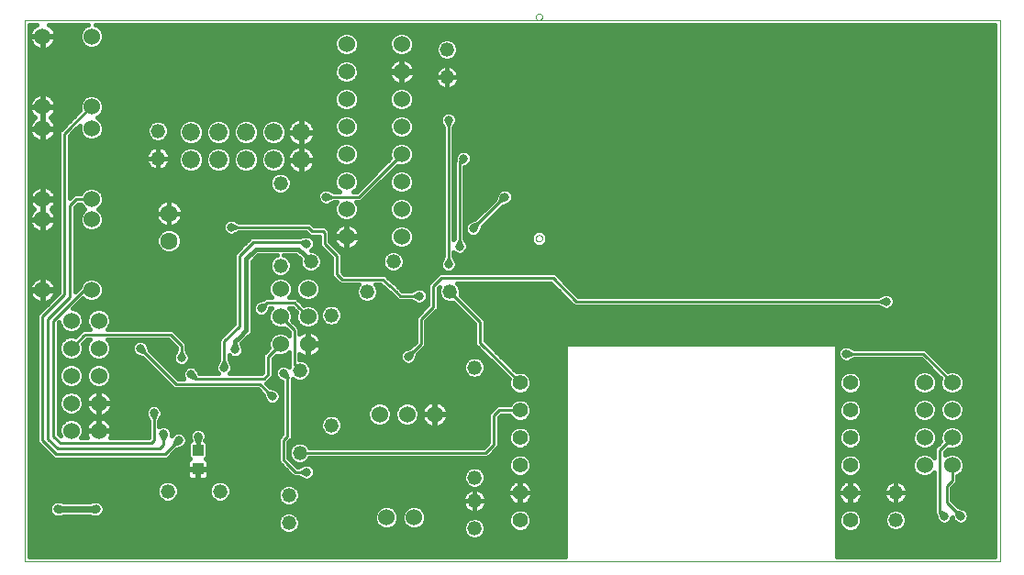
<source format=gbl>
G75*
%MOIN*%
%OFA0B0*%
%FSLAX24Y24*%
%IPPOS*%
%LPD*%
%AMOC8*
5,1,8,0,0,1.08239X$1,22.5*
%
%ADD10C,0.0000*%
%ADD11C,0.0520*%
%ADD12C,0.0660*%
%ADD13C,0.0600*%
%ADD14C,0.0630*%
%ADD15C,0.0554*%
%ADD16R,0.0425X0.0413*%
%ADD17C,0.0160*%
%ADD18C,0.0317*%
%ADD19C,0.0240*%
%ADD20C,0.0100*%
%ADD21C,0.0120*%
D10*
X000280Y001107D02*
X035713Y001107D01*
X035713Y001157D02*
X035713Y020792D01*
X000280Y020792D01*
X000280Y001107D01*
X018858Y012845D02*
X018860Y012866D01*
X018866Y012886D01*
X018875Y012906D01*
X018887Y012923D01*
X018902Y012937D01*
X018920Y012949D01*
X018940Y012957D01*
X018960Y012962D01*
X018981Y012963D01*
X019002Y012960D01*
X019022Y012954D01*
X019041Y012943D01*
X019058Y012930D01*
X019071Y012914D01*
X019082Y012896D01*
X019090Y012876D01*
X019094Y012856D01*
X019094Y012834D01*
X019090Y012814D01*
X019082Y012794D01*
X019071Y012776D01*
X019058Y012760D01*
X019041Y012747D01*
X019022Y012736D01*
X019002Y012730D01*
X018981Y012727D01*
X018960Y012728D01*
X018940Y012733D01*
X018920Y012741D01*
X018902Y012753D01*
X018887Y012767D01*
X018875Y012784D01*
X018866Y012804D01*
X018860Y012824D01*
X018858Y012845D01*
X018858Y020896D02*
X018860Y020917D01*
X018866Y020937D01*
X018875Y020957D01*
X018887Y020974D01*
X018902Y020988D01*
X018920Y021000D01*
X018940Y021008D01*
X018960Y021013D01*
X018981Y021014D01*
X019002Y021011D01*
X019022Y021005D01*
X019041Y020994D01*
X019058Y020981D01*
X019071Y020965D01*
X019082Y020947D01*
X019090Y020927D01*
X019094Y020907D01*
X019094Y020885D01*
X019090Y020865D01*
X019082Y020845D01*
X019071Y020827D01*
X019058Y020811D01*
X019041Y020798D01*
X019022Y020787D01*
X019002Y020781D01*
X018981Y020778D01*
X018960Y020779D01*
X018940Y020784D01*
X018920Y020792D01*
X018902Y020804D01*
X018887Y020818D01*
X018875Y020835D01*
X018866Y020855D01*
X018860Y020875D01*
X018858Y020896D01*
D11*
X015630Y019707D03*
X015630Y018707D03*
X009580Y014857D03*
X010680Y012007D03*
X009580Y011857D03*
X011430Y010057D03*
X012730Y010907D03*
X013680Y012007D03*
X015730Y010907D03*
X016630Y008157D03*
X011430Y006057D03*
X010280Y005057D03*
X009880Y003507D03*
X009880Y002507D03*
X007380Y003657D03*
X005480Y003657D03*
X010280Y008057D03*
X016630Y004157D03*
X016630Y003307D03*
X016630Y002307D03*
X031930Y002607D03*
X031930Y003607D03*
X005130Y015757D03*
X005130Y016757D03*
D12*
X006330Y016707D03*
X007330Y016707D03*
X008330Y016707D03*
X009330Y016707D03*
X010330Y016707D03*
X010330Y015707D03*
X009330Y015707D03*
X008330Y015707D03*
X007330Y015707D03*
X006330Y015707D03*
D13*
X002720Y016837D03*
X002720Y017627D03*
X000940Y017627D03*
X000940Y016837D03*
X000940Y014277D03*
X000940Y013537D03*
X002720Y013537D03*
X002720Y014277D03*
X002720Y010977D03*
X002980Y009857D03*
X001980Y009857D03*
X001980Y008857D03*
X002980Y008857D03*
X002980Y007857D03*
X001980Y007857D03*
X001980Y006857D03*
X002980Y006857D03*
X002980Y005857D03*
X001980Y005857D03*
X000940Y010977D03*
X009580Y011007D03*
X010580Y011007D03*
X010580Y010007D03*
X009580Y010007D03*
X009580Y009007D03*
X010580Y009007D03*
X013180Y006457D03*
X014180Y006457D03*
X015180Y006457D03*
X014430Y002707D03*
X013430Y002707D03*
X013980Y012907D03*
X013980Y013907D03*
X013980Y014907D03*
X013980Y015907D03*
X013980Y016907D03*
X013980Y017907D03*
X013980Y018907D03*
X013980Y019907D03*
X011980Y019907D03*
X011980Y018907D03*
X011980Y017907D03*
X011980Y016907D03*
X011980Y015907D03*
X011980Y014907D03*
X011980Y013907D03*
X011980Y012907D03*
X002720Y020187D03*
X000940Y020187D03*
X032980Y007607D03*
X033980Y007607D03*
X033980Y006607D03*
X032980Y006607D03*
X032980Y005607D03*
X033980Y005607D03*
X033980Y004607D03*
X032980Y004607D03*
D14*
X005530Y012757D03*
X005530Y013757D03*
D15*
X018280Y007607D03*
X018280Y006607D03*
X018280Y005607D03*
X018280Y004607D03*
X018280Y003607D03*
X018280Y002607D03*
X030280Y002607D03*
X030280Y003607D03*
X030280Y004607D03*
X030280Y005607D03*
X030280Y006607D03*
X030280Y007607D03*
D16*
X006580Y005151D03*
X006580Y004462D03*
D17*
X006603Y004439D02*
X006603Y004486D01*
X006973Y004486D01*
X006973Y004693D01*
X006960Y004739D01*
X006937Y004780D01*
X006903Y004813D01*
X006875Y004829D01*
X006933Y004887D01*
X006933Y005416D01*
X006851Y005498D01*
X006841Y005498D01*
X006860Y005552D01*
X006878Y005598D01*
X006878Y005608D01*
X006892Y005648D01*
X006892Y005648D01*
X006892Y005648D01*
X006878Y005675D01*
X006878Y005716D01*
X006833Y005826D01*
X006749Y005910D01*
X006639Y005955D01*
X006521Y005955D01*
X006411Y005910D01*
X006327Y005826D01*
X006282Y005716D01*
X006282Y005675D01*
X006268Y005648D01*
X006282Y005608D01*
X006282Y005598D01*
X006300Y005552D01*
X006303Y005545D01*
X006178Y005545D01*
X006178Y005566D02*
X006178Y005448D01*
X006133Y005338D01*
X006057Y005261D01*
X006051Y005251D01*
X006051Y005250D01*
X006051Y005250D01*
X005985Y005228D01*
X005939Y005208D01*
X005930Y005208D01*
X005809Y005167D01*
X005459Y004817D01*
X001351Y004817D01*
X000851Y005317D01*
X000740Y005428D01*
X000740Y010086D01*
X001540Y010886D01*
X001540Y016736D01*
X001651Y016847D01*
X001801Y016997D01*
X002299Y017494D01*
X002280Y017539D01*
X002280Y017714D01*
X002347Y017876D01*
X002471Y018000D01*
X002632Y018067D01*
X002808Y018067D01*
X002969Y018000D01*
X003093Y017876D01*
X003160Y017714D01*
X003160Y017539D01*
X003093Y017378D01*
X002969Y017254D01*
X002916Y017232D01*
X002969Y017210D01*
X003093Y017086D01*
X003160Y016924D01*
X003160Y016749D01*
X003093Y016588D01*
X002969Y016464D01*
X002808Y016397D01*
X002632Y016397D01*
X002471Y016464D01*
X002347Y016588D01*
X002280Y016749D01*
X002280Y016924D01*
X002290Y016948D01*
X002070Y016728D01*
X001920Y016578D01*
X001920Y014316D01*
X002071Y014467D01*
X002322Y014467D01*
X002347Y014526D01*
X002471Y014650D01*
X002632Y014717D01*
X002808Y014717D01*
X002969Y014650D01*
X003093Y014526D01*
X003160Y014364D01*
X003160Y014189D01*
X003093Y014028D01*
X002972Y013907D01*
X003093Y013786D01*
X003160Y013624D01*
X003160Y013449D01*
X003093Y013288D01*
X002969Y013164D01*
X002808Y013097D01*
X002632Y013097D01*
X002471Y013164D01*
X002347Y013288D01*
X002280Y013449D01*
X002280Y013624D01*
X002347Y013786D01*
X002468Y013907D01*
X002347Y014028D01*
X002322Y014087D01*
X002229Y014087D01*
X002120Y013978D01*
X002120Y010916D01*
X002288Y011084D01*
X002347Y011226D01*
X002471Y011350D01*
X002632Y011417D01*
X002808Y011417D01*
X002969Y011350D01*
X003093Y011226D01*
X003160Y011064D01*
X003160Y010889D01*
X003093Y010728D01*
X002969Y010604D01*
X002808Y010537D01*
X002632Y010537D01*
X002471Y010604D01*
X002408Y010666D01*
X002039Y010297D01*
X002068Y010297D01*
X002229Y010230D01*
X002353Y010106D01*
X002420Y009944D01*
X002420Y009769D01*
X002353Y009608D01*
X002229Y009484D01*
X002068Y009417D01*
X001892Y009417D01*
X001731Y009484D01*
X001607Y009608D01*
X001540Y009769D01*
X001540Y009798D01*
X001520Y009778D01*
X001520Y005736D01*
X001578Y005678D01*
X001540Y005769D01*
X001540Y005944D01*
X001607Y006106D01*
X001731Y006230D01*
X001892Y006297D01*
X002068Y006297D01*
X002229Y006230D01*
X002353Y006106D01*
X002420Y005944D01*
X002420Y005769D01*
X002353Y005608D01*
X002342Y005597D01*
X002576Y005597D01*
X002569Y005605D01*
X002535Y005673D01*
X002512Y005745D01*
X002500Y005819D01*
X002500Y005837D01*
X002960Y005837D01*
X002960Y005877D01*
X002960Y006337D01*
X002942Y006337D01*
X002868Y006325D01*
X002796Y006302D01*
X002728Y006267D01*
X002667Y006223D01*
X002614Y006170D01*
X002569Y006108D01*
X002535Y006041D01*
X002512Y005969D01*
X002500Y005895D01*
X002500Y005877D01*
X002960Y005877D01*
X003000Y005877D01*
X003000Y006337D01*
X003018Y006337D01*
X003092Y006325D01*
X003164Y006302D01*
X003232Y006267D01*
X003293Y006223D01*
X003346Y006170D01*
X003391Y006108D01*
X003425Y006041D01*
X003448Y005969D01*
X003460Y005895D01*
X003460Y005877D01*
X003000Y005877D01*
X003000Y005837D01*
X003460Y005837D01*
X003460Y005819D01*
X003448Y005745D01*
X003425Y005673D01*
X003391Y005605D01*
X003384Y005597D01*
X004790Y005597D01*
X004790Y006217D01*
X004734Y006331D01*
X004727Y006338D01*
X004708Y006384D01*
X004698Y006405D01*
X004677Y006446D01*
X004682Y006458D01*
X004682Y006566D01*
X004727Y006676D01*
X004811Y006760D01*
X004921Y006805D01*
X005039Y006805D01*
X005149Y006760D01*
X005233Y006676D01*
X005278Y006566D01*
X005278Y006458D01*
X005283Y006446D01*
X005283Y006446D01*
X005283Y006446D01*
X005253Y006387D01*
X005252Y006384D01*
X005233Y006338D01*
X005226Y006331D01*
X005170Y006217D01*
X005170Y006014D01*
X005271Y006055D01*
X005389Y006055D01*
X005499Y006010D01*
X005583Y005926D01*
X005628Y005816D01*
X005628Y005708D01*
X005633Y005696D01*
X005633Y005696D01*
X005633Y005696D01*
X005624Y005678D01*
X005635Y005683D01*
X005711Y005760D01*
X005821Y005805D01*
X005939Y005805D01*
X006049Y005760D01*
X006133Y005676D01*
X006178Y005566D01*
X006268Y005648D02*
X006268Y005648D01*
X006268Y005648D01*
X006282Y005703D02*
X006106Y005703D01*
X006303Y005545D02*
X006319Y005498D01*
X006309Y005498D01*
X006227Y005416D01*
X006227Y004887D01*
X006285Y004829D01*
X006257Y004813D01*
X006223Y004780D01*
X006200Y004739D01*
X006187Y004693D01*
X006187Y004486D01*
X006557Y004486D01*
X006557Y004439D01*
X006603Y004439D01*
X006603Y004076D01*
X006816Y004076D01*
X006862Y004088D01*
X006903Y004112D01*
X006937Y004145D01*
X006960Y004186D01*
X006973Y004232D01*
X006973Y004439D01*
X006603Y004439D01*
X006603Y004435D02*
X006557Y004435D01*
X006557Y004439D02*
X006557Y004076D01*
X006344Y004076D01*
X006298Y004088D01*
X006257Y004112D01*
X006223Y004145D01*
X006200Y004186D01*
X006187Y004232D01*
X006187Y004439D01*
X006557Y004439D01*
X006557Y004277D02*
X006603Y004277D01*
X006603Y004118D02*
X006557Y004118D01*
X006250Y004118D02*
X000460Y004118D01*
X000460Y003960D02*
X005217Y003960D01*
X005253Y003996D02*
X005141Y003883D01*
X005080Y003736D01*
X005080Y003577D01*
X005141Y003430D01*
X005253Y003318D01*
X005400Y003257D01*
X005560Y003257D01*
X005707Y003318D01*
X005819Y003430D01*
X005880Y003577D01*
X005880Y003736D01*
X005819Y003883D01*
X005707Y003996D01*
X005560Y004057D01*
X005400Y004057D01*
X005253Y003996D01*
X005107Y003801D02*
X000460Y003801D01*
X000460Y003643D02*
X005080Y003643D01*
X005118Y003484D02*
X000460Y003484D01*
X000460Y003326D02*
X005245Y003326D01*
X005715Y003326D02*
X007145Y003326D01*
X007153Y003318D02*
X007300Y003257D01*
X007460Y003257D01*
X007607Y003318D01*
X007719Y003430D01*
X007780Y003577D01*
X007780Y003736D01*
X007719Y003883D01*
X007607Y003996D01*
X007460Y004057D01*
X007300Y004057D01*
X007153Y003996D01*
X007041Y003883D01*
X006980Y003736D01*
X006980Y003577D01*
X007041Y003430D01*
X007153Y003318D01*
X007018Y003484D02*
X005842Y003484D01*
X005880Y003643D02*
X006980Y003643D01*
X007007Y003801D02*
X005853Y003801D01*
X005743Y003960D02*
X007117Y003960D01*
X006910Y004118D02*
X010339Y004118D01*
X010354Y004111D02*
X010361Y004104D01*
X010407Y004085D01*
X010428Y004075D01*
X010469Y004054D01*
X010481Y004058D01*
X010589Y004058D01*
X010699Y004104D01*
X010783Y004188D01*
X010828Y004298D01*
X010828Y004416D01*
X010783Y004526D01*
X010699Y004610D01*
X010589Y004655D01*
X010481Y004655D01*
X010469Y004659D01*
X010410Y004630D01*
X010407Y004629D01*
X010361Y004610D01*
X010354Y004603D01*
X010240Y004547D01*
X010209Y004547D01*
X009909Y004847D01*
X009870Y004886D01*
X009870Y005428D01*
X009909Y005467D01*
X010020Y005578D01*
X010020Y007681D01*
X010030Y007710D01*
X010040Y007731D01*
X010053Y007718D01*
X010200Y007657D01*
X010360Y007657D01*
X010507Y007718D01*
X010619Y007830D01*
X010680Y007977D01*
X010680Y008136D01*
X010619Y008283D01*
X010507Y008396D01*
X010360Y008457D01*
X010270Y008457D01*
X010270Y008639D01*
X010328Y008596D01*
X010396Y008562D01*
X010468Y008539D01*
X010542Y008527D01*
X010560Y008527D01*
X010560Y008987D01*
X010600Y008987D01*
X010600Y009027D01*
X010560Y009027D01*
X010560Y009487D01*
X010542Y009487D01*
X010468Y009475D01*
X010396Y009452D01*
X010328Y009417D01*
X010270Y009375D01*
X010270Y009586D01*
X010159Y009697D01*
X010059Y009797D01*
X010059Y009797D01*
X009995Y009860D01*
X010020Y009919D01*
X010020Y010094D01*
X009953Y010256D01*
X009892Y010317D01*
X010001Y010317D01*
X010151Y010167D01*
X010151Y010167D01*
X010165Y010154D01*
X010140Y010094D01*
X010140Y009919D01*
X010207Y009758D01*
X010331Y009634D01*
X010492Y009567D01*
X010668Y009567D01*
X010829Y009634D01*
X010953Y009758D01*
X011020Y009919D01*
X011020Y010094D01*
X010953Y010256D01*
X010829Y010380D01*
X010668Y010447D01*
X010492Y010447D01*
X010433Y010422D01*
X010420Y010436D01*
X010159Y010697D01*
X009892Y010697D01*
X009953Y010758D01*
X010020Y010919D01*
X010020Y011094D01*
X009953Y011256D01*
X009829Y011380D01*
X009668Y011447D01*
X009492Y011447D01*
X009331Y011380D01*
X009207Y011256D01*
X009140Y011094D01*
X009140Y010919D01*
X009207Y010758D01*
X009268Y010697D01*
X009001Y010697D01*
X008951Y010646D01*
X008830Y010605D01*
X008821Y010605D01*
X008775Y010586D01*
X008709Y010564D01*
X008703Y010552D01*
X008627Y010476D01*
X008582Y010366D01*
X008582Y010248D01*
X008627Y010138D01*
X008711Y010054D01*
X008821Y010008D01*
X008939Y010008D01*
X009049Y010054D01*
X009125Y010130D01*
X009137Y010136D01*
X009159Y010201D01*
X009178Y010248D01*
X009178Y010257D01*
X009199Y010317D01*
X009268Y010317D01*
X009207Y010256D01*
X009140Y010094D01*
X009140Y009919D01*
X009207Y009758D01*
X009331Y009634D01*
X009492Y009567D01*
X009668Y009567D01*
X009727Y009591D01*
X009790Y009528D01*
X009890Y009428D01*
X009890Y009319D01*
X009829Y009380D01*
X009668Y009447D01*
X009492Y009447D01*
X009331Y009380D01*
X009207Y009256D01*
X009140Y009094D01*
X009140Y008919D01*
X009165Y008860D01*
X009051Y008747D01*
X008940Y008636D01*
X008940Y007986D01*
X008901Y007947D01*
X007742Y007947D01*
X007783Y007988D01*
X007828Y008098D01*
X007828Y008206D01*
X007833Y008218D01*
X007810Y008263D01*
X007802Y008280D01*
X007783Y008326D01*
X007776Y008333D01*
X007720Y008447D01*
X007720Y008595D01*
X007761Y008554D01*
X007871Y008508D01*
X007989Y008508D01*
X008099Y008554D01*
X008183Y008638D01*
X008228Y008748D01*
X008228Y008789D01*
X008242Y008816D01*
X008228Y008856D01*
X008228Y008866D01*
X008210Y008912D01*
X008206Y008921D01*
X008168Y009034D01*
X008300Y009166D01*
X008550Y009416D01*
X008550Y012016D01*
X008771Y012237D01*
X009452Y012237D01*
X009353Y012196D01*
X009241Y012083D01*
X009180Y011936D01*
X009180Y011777D01*
X009241Y011630D01*
X009353Y011518D01*
X009500Y011457D01*
X009660Y011457D01*
X009807Y011518D01*
X009919Y011630D01*
X009980Y011777D01*
X009980Y011936D01*
X009919Y012083D01*
X009807Y012196D01*
X009708Y012237D01*
X010139Y012237D01*
X010160Y012216D01*
X010283Y012093D01*
X010280Y012086D01*
X010280Y011927D01*
X010341Y011780D01*
X010453Y011668D01*
X010600Y011607D01*
X010760Y011607D01*
X010907Y011668D01*
X011019Y011780D01*
X011080Y011927D01*
X011080Y012086D01*
X011019Y012233D01*
X010907Y012346D01*
X010760Y012407D01*
X010702Y012407D01*
X010783Y012488D01*
X010828Y012598D01*
X010828Y012716D01*
X010783Y012826D01*
X010699Y012910D01*
X010682Y012917D01*
X010990Y012917D01*
X010990Y012578D01*
X011440Y012128D01*
X011440Y011478D01*
X011640Y011278D01*
X011751Y011167D01*
X012424Y011167D01*
X012391Y011133D01*
X012330Y010986D01*
X012330Y010827D01*
X012391Y010680D01*
X012503Y010568D01*
X012650Y010507D01*
X012810Y010507D01*
X012957Y010568D01*
X013069Y010680D01*
X013130Y010827D01*
X013130Y010986D01*
X013069Y011133D01*
X013036Y011167D01*
X013207Y011167D01*
X013649Y010769D01*
X013851Y010567D01*
X014340Y010567D01*
X014454Y010511D01*
X014461Y010504D01*
X014507Y010485D01*
X014569Y010454D01*
X014581Y010458D01*
X014940Y010458D01*
X014940Y010436D02*
X014490Y009986D01*
X014490Y009086D01*
X014301Y008896D01*
X014180Y008855D01*
X014171Y008855D01*
X014125Y008836D01*
X014059Y008814D01*
X014053Y008802D01*
X013977Y008726D01*
X013932Y008616D01*
X013932Y008498D01*
X013977Y008388D01*
X014061Y008304D01*
X014171Y008258D01*
X014289Y008258D01*
X014399Y008304D01*
X014475Y008380D01*
X014487Y008386D01*
X014509Y008451D01*
X014528Y008498D01*
X014528Y008507D01*
X014570Y008628D01*
X014870Y008928D01*
X014870Y009828D01*
X015209Y010167D01*
X015320Y010278D01*
X015320Y011028D01*
X015367Y011075D01*
X015330Y010986D01*
X015330Y010827D01*
X015391Y010680D01*
X015503Y010568D01*
X015650Y010507D01*
X015810Y010507D01*
X015846Y010522D01*
X016640Y009728D01*
X016640Y008978D01*
X017882Y007736D01*
X017863Y007690D01*
X017863Y007524D01*
X017926Y007371D01*
X018044Y007253D01*
X018197Y007190D01*
X018363Y007190D01*
X018516Y007253D01*
X018634Y007371D01*
X018697Y007524D01*
X018697Y007690D01*
X018634Y007843D01*
X018516Y007961D01*
X018363Y008024D01*
X018197Y008024D01*
X018151Y008005D01*
X017020Y009136D01*
X017020Y009886D01*
X016909Y009997D01*
X016115Y010791D01*
X016130Y010827D01*
X016130Y010986D01*
X016069Y011133D01*
X015986Y011217D01*
X019401Y011217D01*
X020140Y010478D01*
X020251Y010367D01*
X031290Y010367D01*
X031404Y010311D01*
X031411Y010304D01*
X031457Y010285D01*
X031478Y010275D01*
X031519Y010254D01*
X031531Y010258D01*
X031639Y010258D01*
X031749Y010304D01*
X031833Y010388D01*
X031878Y010498D01*
X031878Y010616D01*
X031833Y010726D01*
X031749Y010810D01*
X031639Y010855D01*
X031531Y010855D01*
X031519Y010859D01*
X031519Y010859D01*
X031519Y010859D01*
X031484Y010842D01*
X031457Y010829D01*
X031411Y010810D01*
X031404Y010803D01*
X031290Y010747D01*
X020409Y010747D01*
X019559Y011597D01*
X015351Y011597D01*
X015240Y011486D01*
X014940Y011186D01*
X014940Y010436D01*
X014799Y010504D02*
X014883Y010588D01*
X014928Y010698D01*
X014928Y010816D01*
X014883Y010926D01*
X014799Y011010D01*
X014689Y011055D01*
X014581Y011055D01*
X014569Y011059D01*
X014510Y011030D01*
X014507Y011029D01*
X014461Y011010D01*
X014454Y011003D01*
X014340Y010947D01*
X014009Y010947D01*
X013966Y010990D01*
X013966Y010995D01*
X013911Y011045D01*
X013859Y011097D01*
X013853Y011097D01*
X013411Y011495D01*
X013359Y011547D01*
X013353Y011547D01*
X013349Y011551D01*
X013275Y011547D01*
X011909Y011547D01*
X011820Y011636D01*
X011820Y012286D01*
X011370Y012736D01*
X011370Y013136D01*
X011259Y013247D01*
X011209Y013297D01*
X010809Y013297D01*
X010709Y013397D01*
X010659Y013447D01*
X008070Y013447D01*
X007956Y013503D01*
X007949Y013510D01*
X007903Y013529D01*
X007886Y013537D01*
X007841Y013559D01*
X007829Y013555D01*
X007721Y013555D01*
X007611Y013510D01*
X007527Y013426D01*
X007482Y013316D01*
X007482Y013198D01*
X007527Y013088D01*
X007611Y013004D01*
X007721Y012958D01*
X007829Y012958D01*
X007841Y012954D01*
X007903Y012985D01*
X007949Y013004D01*
X007956Y013011D01*
X007982Y013024D01*
X008070Y013067D01*
X010501Y013067D01*
X010540Y013028D01*
X010630Y012939D01*
X010589Y012955D01*
X010549Y012955D01*
X010532Y012966D01*
X010492Y012955D01*
X010471Y012955D01*
X010435Y012941D01*
X010265Y012897D01*
X008501Y012897D01*
X008390Y012786D01*
X008340Y012736D01*
X008340Y012736D01*
X007890Y012286D01*
X007890Y009736D01*
X007451Y009297D01*
X007340Y009186D01*
X007340Y008447D01*
X007297Y008359D01*
X007297Y008359D01*
X007284Y008333D01*
X007277Y008326D01*
X007258Y008280D01*
X007227Y008218D01*
X007232Y008206D01*
X007232Y008098D01*
X007277Y007988D01*
X007318Y007947D01*
X006643Y007947D01*
X006632Y007969D01*
X006602Y008030D01*
X006583Y008076D01*
X006576Y008083D01*
X006563Y008110D01*
X006563Y008110D01*
X006542Y008117D01*
X006499Y008160D01*
X006389Y008205D01*
X006271Y008205D01*
X006161Y008160D01*
X006077Y008076D01*
X006032Y007966D01*
X006032Y007848D01*
X006073Y007747D01*
X005859Y007747D01*
X004820Y008786D01*
X004778Y008906D01*
X004778Y008916D01*
X004759Y008962D01*
X004749Y008993D01*
X004737Y009028D01*
X004725Y009033D01*
X004649Y009110D01*
X004539Y009155D01*
X004421Y009155D01*
X004311Y009110D01*
X004227Y009026D01*
X004182Y008916D01*
X004182Y008798D01*
X004227Y008688D01*
X004303Y008611D01*
X004309Y008600D01*
X004375Y008578D01*
X004421Y008558D01*
X004430Y008558D01*
X004458Y008549D01*
X004551Y008517D01*
X005590Y007478D01*
X005701Y007367D01*
X008751Y007367D01*
X008940Y007178D01*
X008972Y007085D01*
X008982Y007057D01*
X008982Y007048D01*
X009001Y007002D01*
X009023Y006936D01*
X009035Y006930D01*
X009111Y006854D01*
X009221Y006808D01*
X009339Y006808D01*
X009449Y006854D01*
X009533Y006938D01*
X009578Y007048D01*
X009578Y007166D01*
X009533Y007276D01*
X009457Y007352D01*
X009451Y007364D01*
X009416Y007376D01*
X009385Y007386D01*
X009339Y007405D01*
X009330Y007405D01*
X009209Y007446D01*
X009074Y007582D01*
X009170Y007678D01*
X009320Y007828D01*
X009320Y008478D01*
X009433Y008591D01*
X009492Y008567D01*
X009668Y008567D01*
X009829Y008634D01*
X009890Y008695D01*
X009890Y008178D01*
X009895Y008173D01*
X009892Y008167D01*
X009849Y008210D01*
X009739Y008255D01*
X009621Y008255D01*
X009511Y008210D01*
X009427Y008126D01*
X009382Y008016D01*
X009382Y007898D01*
X009427Y007788D01*
X009503Y007711D01*
X009509Y007700D01*
X009575Y007678D01*
X009621Y007658D01*
X009630Y007658D01*
X009640Y007655D01*
X009640Y005736D01*
X009490Y005586D01*
X009490Y005378D01*
X009490Y004886D01*
X009490Y004728D01*
X009640Y004578D01*
X009940Y004278D01*
X010051Y004167D01*
X010240Y004167D01*
X010354Y004111D01*
X010714Y004118D02*
X016230Y004118D01*
X016230Y004077D02*
X016291Y003930D01*
X016403Y003818D01*
X016550Y003757D01*
X016710Y003757D01*
X016857Y003818D01*
X016969Y003930D01*
X017030Y004077D01*
X017030Y004236D01*
X016969Y004383D01*
X016857Y004496D01*
X016710Y004557D01*
X016550Y004557D01*
X016403Y004496D01*
X016291Y004383D01*
X016230Y004236D01*
X016230Y004077D01*
X016279Y003960D02*
X007643Y003960D01*
X007753Y003801D02*
X009609Y003801D01*
X009653Y003846D02*
X009541Y003733D01*
X009480Y003586D01*
X009480Y003427D01*
X009541Y003280D01*
X009653Y003168D01*
X009800Y003107D01*
X009960Y003107D01*
X010107Y003168D01*
X010219Y003280D01*
X010280Y003427D01*
X010280Y003586D01*
X010219Y003733D01*
X010107Y003846D01*
X009960Y003907D01*
X009800Y003907D01*
X009653Y003846D01*
X009503Y003643D02*
X007780Y003643D01*
X007742Y003484D02*
X009480Y003484D01*
X009522Y003326D02*
X007615Y003326D01*
X006973Y004277D02*
X009941Y004277D01*
X009783Y004435D02*
X006973Y004435D01*
X006973Y004594D02*
X009624Y004594D01*
X009490Y004752D02*
X006952Y004752D01*
X006933Y004911D02*
X009490Y004911D01*
X009490Y005069D02*
X006933Y005069D01*
X006933Y005228D02*
X009490Y005228D01*
X009490Y005386D02*
X006933Y005386D01*
X006857Y005545D02*
X009490Y005545D01*
X009608Y005703D02*
X006878Y005703D01*
X006797Y005862D02*
X009640Y005862D01*
X009640Y006020D02*
X005474Y006020D01*
X005610Y005862D02*
X006363Y005862D01*
X006506Y005632D02*
X006580Y005657D01*
X006654Y005632D01*
X006580Y005411D01*
X006506Y005632D01*
X006580Y005657D02*
X006580Y005151D01*
X006227Y005228D02*
X005986Y005228D01*
X006153Y005386D02*
X006227Y005386D01*
X006227Y005069D02*
X005711Y005069D01*
X005553Y004911D02*
X006227Y004911D01*
X006208Y004752D02*
X000460Y004752D01*
X000460Y004594D02*
X006187Y004594D01*
X006187Y004435D02*
X000460Y004435D01*
X000460Y004277D02*
X006187Y004277D01*
X005654Y005703D02*
X005630Y005703D01*
X005186Y006020D02*
X005170Y006020D01*
X005170Y006179D02*
X009640Y006179D01*
X009640Y006337D02*
X005233Y006337D01*
X005278Y006496D02*
X009640Y006496D01*
X009640Y006654D02*
X005242Y006654D01*
X004718Y006654D02*
X003416Y006654D01*
X003425Y006673D02*
X003448Y006745D01*
X003460Y006819D01*
X003460Y006837D01*
X003000Y006837D01*
X003000Y006877D01*
X002960Y006877D01*
X002960Y007337D01*
X002942Y007337D01*
X002868Y007325D01*
X002796Y007302D01*
X002728Y007267D01*
X002667Y007223D01*
X002614Y007170D01*
X002569Y007108D01*
X002535Y007041D01*
X002512Y006969D01*
X002500Y006895D01*
X002500Y006877D01*
X002960Y006877D01*
X002960Y006837D01*
X002500Y006837D01*
X002500Y006819D01*
X002512Y006745D01*
X002535Y006673D01*
X002569Y006605D01*
X002614Y006544D01*
X002667Y006491D01*
X002728Y006446D01*
X002796Y006412D01*
X002868Y006389D01*
X002942Y006377D01*
X002960Y006377D01*
X002960Y006837D01*
X003000Y006837D01*
X003000Y006377D01*
X003018Y006377D01*
X003092Y006389D01*
X003164Y006412D01*
X003232Y006446D01*
X003293Y006491D01*
X003346Y006544D01*
X003391Y006605D01*
X003425Y006673D01*
X003459Y006813D02*
X009210Y006813D01*
X009350Y006813D02*
X009640Y006813D01*
X009640Y006971D02*
X009547Y006971D01*
X009578Y007130D02*
X009640Y007130D01*
X009640Y007288D02*
X009521Y007288D01*
X009451Y007364D02*
X009451Y007364D01*
X009451Y007364D01*
X009640Y007447D02*
X009209Y007447D01*
X009097Y007605D02*
X009640Y007605D01*
X009451Y007764D02*
X009256Y007764D01*
X009320Y007922D02*
X009382Y007922D01*
X009408Y008081D02*
X009320Y008081D01*
X009320Y008239D02*
X009582Y008239D01*
X009778Y008239D02*
X009890Y008239D01*
X009890Y008398D02*
X009320Y008398D01*
X009398Y008556D02*
X009890Y008556D01*
X010270Y008556D02*
X010413Y008556D01*
X010560Y008556D02*
X010600Y008556D01*
X010600Y008527D02*
X010618Y008527D01*
X010692Y008539D01*
X010764Y008562D01*
X010832Y008596D01*
X010893Y008641D01*
X010946Y008694D01*
X010991Y008755D01*
X011025Y008823D01*
X011048Y008895D01*
X011060Y008969D01*
X011060Y008987D01*
X010600Y008987D01*
X010600Y008527D01*
X010747Y008556D02*
X013932Y008556D01*
X013973Y008398D02*
X010502Y008398D01*
X010637Y008239D02*
X016231Y008239D01*
X016230Y008236D02*
X016230Y008077D01*
X016291Y007930D01*
X016403Y007818D01*
X016550Y007757D01*
X016710Y007757D01*
X016857Y007818D01*
X016969Y007930D01*
X017030Y008077D01*
X017030Y008236D01*
X016969Y008383D01*
X016857Y008496D01*
X016710Y008557D01*
X016550Y008557D01*
X016403Y008496D01*
X016291Y008383D01*
X016230Y008236D01*
X016230Y008081D02*
X010680Y008081D01*
X010657Y007922D02*
X016299Y007922D01*
X016534Y007764D02*
X010553Y007764D01*
X010020Y007605D02*
X017863Y007605D01*
X017854Y007764D02*
X016726Y007764D01*
X016961Y007922D02*
X017696Y007922D01*
X017537Y008081D02*
X017030Y008081D01*
X017029Y008239D02*
X017379Y008239D01*
X017220Y008398D02*
X016955Y008398D01*
X017062Y008556D02*
X016711Y008556D01*
X016549Y008556D02*
X014545Y008556D01*
X014491Y008398D02*
X016305Y008398D01*
X016745Y008873D02*
X014815Y008873D01*
X014870Y009032D02*
X016640Y009032D01*
X016640Y009190D02*
X014870Y009190D01*
X014870Y009349D02*
X016640Y009349D01*
X016640Y009507D02*
X014870Y009507D01*
X014870Y009666D02*
X016640Y009666D01*
X016544Y009824D02*
X014870Y009824D01*
X015025Y009983D02*
X016385Y009983D01*
X016227Y010141D02*
X015183Y010141D01*
X015320Y010300D02*
X016068Y010300D01*
X015910Y010458D02*
X015320Y010458D01*
X015320Y010617D02*
X015454Y010617D01*
X015352Y010775D02*
X015320Y010775D01*
X015320Y010934D02*
X015330Y010934D01*
X014940Y010934D02*
X014875Y010934D01*
X014928Y010775D02*
X014940Y010775D01*
X014940Y010617D02*
X014895Y010617D01*
X014799Y010504D02*
X014689Y010458D01*
X014581Y010458D01*
X014561Y010458D02*
X010397Y010458D01*
X010420Y010436D02*
X010420Y010436D01*
X010492Y010567D02*
X010331Y010634D01*
X010207Y010758D01*
X010140Y010919D01*
X010140Y011094D01*
X010207Y011256D01*
X010331Y011380D01*
X010492Y011447D01*
X010668Y011447D01*
X010829Y011380D01*
X010953Y011256D01*
X011020Y011094D01*
X011020Y010919D01*
X010953Y010758D01*
X010829Y010634D01*
X010668Y010567D01*
X010492Y010567D01*
X010372Y010617D02*
X010239Y010617D01*
X010200Y010775D02*
X009960Y010775D01*
X010020Y010934D02*
X010140Y010934D01*
X010140Y011092D02*
X010020Y011092D01*
X009955Y011251D02*
X010205Y011251D01*
X010402Y011409D02*
X009758Y011409D01*
X009857Y011568D02*
X011440Y011568D01*
X011440Y011726D02*
X010965Y011726D01*
X011062Y011885D02*
X011440Y011885D01*
X011440Y012043D02*
X011080Y012043D01*
X011032Y012202D02*
X011366Y012202D01*
X011208Y012360D02*
X010872Y012360D01*
X010796Y012519D02*
X011049Y012519D01*
X010990Y012677D02*
X010828Y012677D01*
X010773Y012836D02*
X010990Y012836D01*
X011370Y012836D02*
X011505Y012836D01*
X011500Y012869D02*
X011512Y012795D01*
X011535Y012723D01*
X011569Y012655D01*
X011614Y012594D01*
X011667Y012541D01*
X011728Y012496D01*
X011796Y012462D01*
X011868Y012439D01*
X011942Y012427D01*
X011960Y012427D01*
X011960Y012887D01*
X011500Y012887D01*
X011500Y012869D01*
X011500Y012927D02*
X011960Y012927D01*
X011960Y013387D01*
X011942Y013387D01*
X011868Y013375D01*
X011796Y013352D01*
X011728Y013317D01*
X011667Y013273D01*
X011614Y013220D01*
X011569Y013158D01*
X011535Y013091D01*
X011512Y013019D01*
X011500Y012945D01*
X011500Y012927D01*
X011508Y012994D02*
X011370Y012994D01*
X011353Y013153D02*
X011567Y013153D01*
X011720Y013311D02*
X010794Y013311D01*
X010574Y012994D02*
X007926Y012994D01*
X007982Y013024D02*
X007982Y013024D01*
X007634Y012994D02*
X005924Y012994D01*
X005916Y013015D02*
X005985Y012847D01*
X005985Y012666D01*
X005916Y012499D01*
X005788Y012371D01*
X005621Y012302D01*
X005439Y012302D01*
X005272Y012371D01*
X005144Y012499D01*
X005075Y012666D01*
X005075Y012847D01*
X005144Y013015D01*
X005272Y013143D01*
X005439Y013212D01*
X005621Y013212D01*
X005788Y013143D01*
X005916Y013015D01*
X005985Y012836D02*
X008440Y012836D01*
X008282Y012677D02*
X005985Y012677D01*
X005924Y012519D02*
X008123Y012519D01*
X007965Y012360D02*
X005762Y012360D01*
X005298Y012360D02*
X002120Y012360D01*
X002120Y012202D02*
X007890Y012202D01*
X007890Y012043D02*
X002120Y012043D01*
X002120Y011885D02*
X007890Y011885D01*
X007890Y011726D02*
X002120Y011726D01*
X002120Y011568D02*
X007890Y011568D01*
X007890Y011409D02*
X002826Y011409D01*
X002614Y011409D02*
X002120Y011409D01*
X002120Y011251D02*
X002372Y011251D01*
X002292Y011092D02*
X002120Y011092D01*
X002120Y010934D02*
X002138Y010934D01*
X002359Y010617D02*
X002458Y010617D01*
X002200Y010458D02*
X007890Y010458D01*
X007890Y010300D02*
X002042Y010300D01*
X002318Y010141D02*
X002642Y010141D01*
X002607Y010106D02*
X002540Y009944D01*
X002540Y009769D01*
X002607Y009608D01*
X002668Y009547D01*
X002401Y009547D01*
X002290Y009436D01*
X002240Y009386D01*
X002127Y009272D01*
X002068Y009297D01*
X001892Y009297D01*
X001731Y009230D01*
X001607Y009106D01*
X001540Y008944D01*
X001540Y008769D01*
X001607Y008608D01*
X001731Y008484D01*
X001892Y008417D01*
X002068Y008417D01*
X002229Y008484D01*
X002353Y008608D01*
X002420Y008769D01*
X002420Y008944D01*
X002395Y009004D01*
X002509Y009117D01*
X002559Y009167D01*
X002668Y009167D01*
X002607Y009106D01*
X002540Y008944D01*
X002540Y008769D01*
X002607Y008608D01*
X002731Y008484D01*
X002892Y008417D01*
X003068Y008417D01*
X003229Y008484D01*
X003353Y008608D01*
X003420Y008769D01*
X003420Y008944D01*
X003353Y009106D01*
X003292Y009167D01*
X005501Y009167D01*
X005690Y008978D01*
X005790Y008878D01*
X005790Y008797D01*
X005747Y008709D01*
X005747Y008709D01*
X005734Y008683D01*
X005727Y008676D01*
X005708Y008630D01*
X005677Y008568D01*
X005682Y008556D01*
X005682Y008448D01*
X005727Y008338D01*
X005811Y008254D01*
X005921Y008208D01*
X006039Y008208D01*
X006149Y008254D01*
X006233Y008338D01*
X006278Y008448D01*
X006278Y008556D01*
X006283Y008568D01*
X006260Y008613D01*
X006252Y008630D01*
X006233Y008676D01*
X006226Y008683D01*
X006170Y008797D01*
X006170Y009036D01*
X006059Y009147D01*
X005959Y009247D01*
X005659Y009547D01*
X003292Y009547D01*
X003353Y009608D01*
X003420Y009769D01*
X003420Y009944D01*
X003353Y010106D01*
X003229Y010230D01*
X003068Y010297D01*
X002892Y010297D01*
X002731Y010230D01*
X002607Y010106D01*
X002556Y009983D02*
X002404Y009983D01*
X002420Y009824D02*
X002540Y009824D01*
X002583Y009666D02*
X002377Y009666D01*
X002362Y009507D02*
X002253Y009507D01*
X002203Y009349D02*
X001520Y009349D01*
X001520Y009507D02*
X001707Y009507D01*
X001583Y009666D02*
X001520Y009666D01*
X001520Y009190D02*
X001691Y009190D01*
X001576Y009032D02*
X001520Y009032D01*
X001520Y008873D02*
X001540Y008873D01*
X001520Y008715D02*
X001563Y008715D01*
X001520Y008556D02*
X001658Y008556D01*
X001520Y008398D02*
X004670Y008398D01*
X004829Y008239D02*
X003206Y008239D01*
X003229Y008230D02*
X003068Y008297D01*
X002892Y008297D01*
X002731Y008230D01*
X002607Y008106D01*
X002540Y007944D01*
X002540Y007769D01*
X002607Y007608D01*
X002731Y007484D01*
X002892Y007417D01*
X003068Y007417D01*
X003229Y007484D01*
X003353Y007608D01*
X003420Y007769D01*
X003420Y007944D01*
X003353Y008106D01*
X003229Y008230D01*
X003363Y008081D02*
X004987Y008081D01*
X005146Y007922D02*
X003420Y007922D01*
X003418Y007764D02*
X005304Y007764D01*
X005463Y007605D02*
X003351Y007605D01*
X003140Y007447D02*
X005621Y007447D01*
X005842Y007764D02*
X006066Y007764D01*
X006032Y007922D02*
X005683Y007922D01*
X005525Y008081D02*
X006082Y008081D01*
X006114Y008239D02*
X007238Y008239D01*
X007238Y008081D02*
X006578Y008081D01*
X006563Y008110D02*
X006563Y008110D01*
X006632Y007969D02*
X006632Y007969D01*
X006258Y008398D02*
X007316Y008398D01*
X007340Y008556D02*
X006279Y008556D01*
X006283Y008568D02*
X006283Y008568D01*
X006283Y008568D01*
X006210Y008715D02*
X007340Y008715D01*
X007340Y008873D02*
X006170Y008873D01*
X006170Y009032D02*
X007340Y009032D01*
X007345Y009190D02*
X006015Y009190D01*
X005857Y009349D02*
X007503Y009349D01*
X007451Y009297D02*
X007451Y009297D01*
X007662Y009507D02*
X005698Y009507D01*
X005636Y009032D02*
X004729Y009032D01*
X004737Y009028D02*
X004737Y009028D01*
X004737Y009028D01*
X004790Y008873D02*
X005790Y008873D01*
X005750Y008715D02*
X004891Y008715D01*
X005049Y008556D02*
X005681Y008556D01*
X005702Y008398D02*
X005208Y008398D01*
X005366Y008239D02*
X005846Y008239D01*
X004436Y008556D02*
X003302Y008556D01*
X003397Y008715D02*
X004216Y008715D01*
X004182Y008873D02*
X003420Y008873D01*
X003384Y009032D02*
X004233Y009032D01*
X003377Y009666D02*
X007820Y009666D01*
X007890Y009824D02*
X003420Y009824D01*
X003404Y009983D02*
X007890Y009983D01*
X007890Y010141D02*
X003318Y010141D01*
X002982Y010617D02*
X007890Y010617D01*
X007890Y010775D02*
X003113Y010775D01*
X003160Y010934D02*
X007890Y010934D01*
X007890Y011092D02*
X003148Y011092D01*
X003068Y011251D02*
X007890Y011251D01*
X008550Y011251D02*
X009205Y011251D01*
X009140Y011092D02*
X008550Y011092D01*
X008550Y010934D02*
X009140Y010934D01*
X009200Y010775D02*
X008550Y010775D01*
X008550Y010617D02*
X008864Y010617D01*
X008620Y010458D02*
X008550Y010458D01*
X008550Y010300D02*
X008582Y010300D01*
X008550Y010141D02*
X008626Y010141D01*
X008550Y009983D02*
X009140Y009983D01*
X009139Y010141D02*
X009159Y010141D01*
X009193Y010300D02*
X009251Y010300D01*
X009179Y009824D02*
X008550Y009824D01*
X008550Y009666D02*
X009299Y009666D01*
X009300Y009349D02*
X008483Y009349D01*
X008550Y009507D02*
X009811Y009507D01*
X009790Y009528D02*
X009790Y009528D01*
X009860Y009349D02*
X009890Y009349D01*
X010270Y009507D02*
X014490Y009507D01*
X014490Y009349D02*
X010917Y009349D01*
X010893Y009373D02*
X010832Y009417D01*
X010764Y009452D01*
X010692Y009475D01*
X010618Y009487D01*
X010600Y009487D01*
X010600Y009027D01*
X011060Y009027D01*
X011060Y009045D01*
X011048Y009119D01*
X011025Y009191D01*
X010991Y009258D01*
X010946Y009320D01*
X010893Y009373D01*
X011025Y009190D02*
X014490Y009190D01*
X014436Y009032D02*
X011060Y009032D01*
X011041Y008873D02*
X014233Y008873D01*
X013972Y008715D02*
X010961Y008715D01*
X010600Y008715D02*
X010560Y008715D01*
X010560Y008873D02*
X010600Y008873D01*
X010600Y009032D02*
X010560Y009032D01*
X010560Y009190D02*
X010600Y009190D01*
X010600Y009349D02*
X010560Y009349D01*
X010299Y009666D02*
X010190Y009666D01*
X010179Y009824D02*
X010031Y009824D01*
X010020Y009983D02*
X010140Y009983D01*
X010159Y010141D02*
X010001Y010141D01*
X010018Y010300D02*
X009909Y010300D01*
X010788Y010617D02*
X012454Y010617D01*
X012352Y010775D02*
X010960Y010775D01*
X011020Y010934D02*
X012330Y010934D01*
X012374Y011092D02*
X011020Y011092D01*
X010955Y011251D02*
X011667Y011251D01*
X011509Y011409D02*
X010758Y011409D01*
X010395Y011726D02*
X009959Y011726D01*
X009980Y011885D02*
X010298Y011885D01*
X010280Y012043D02*
X009936Y012043D01*
X009792Y012202D02*
X010174Y012202D01*
X010380Y012307D02*
X010230Y012457D01*
X008680Y012457D01*
X008330Y012107D01*
X008330Y009507D01*
X008080Y009257D01*
X007930Y009107D01*
X007930Y008807D01*
X008004Y008832D01*
X007930Y009053D01*
X007856Y008832D01*
X007930Y008807D01*
X008215Y008715D02*
X009019Y008715D01*
X008940Y008556D02*
X008102Y008556D01*
X008242Y008816D02*
X008242Y008816D01*
X008242Y008816D01*
X008225Y008873D02*
X009159Y008873D01*
X009140Y009032D02*
X008169Y009032D01*
X008325Y009190D02*
X009180Y009190D01*
X008940Y008398D02*
X007744Y008398D01*
X007758Y008556D02*
X007720Y008556D01*
X007822Y008239D02*
X008940Y008239D01*
X008940Y008081D02*
X007822Y008081D01*
X007833Y008218D02*
X007833Y008218D01*
X007833Y008218D01*
X008830Y007288D02*
X003190Y007288D01*
X003164Y007302D02*
X003092Y007325D01*
X003018Y007337D01*
X003000Y007337D01*
X003000Y006877D01*
X003460Y006877D01*
X003460Y006895D01*
X003448Y006969D01*
X003425Y007041D01*
X003391Y007108D01*
X003346Y007170D01*
X003293Y007223D01*
X003232Y007267D01*
X003164Y007302D01*
X003000Y007288D02*
X002960Y007288D01*
X002960Y007130D02*
X003000Y007130D01*
X003000Y006971D02*
X002960Y006971D01*
X002960Y006813D02*
X003000Y006813D01*
X003000Y006654D02*
X002960Y006654D01*
X002960Y006496D02*
X003000Y006496D01*
X003298Y006496D02*
X004682Y006496D01*
X004727Y006337D02*
X001520Y006337D01*
X001520Y006179D02*
X001680Y006179D01*
X001571Y006020D02*
X001520Y006020D01*
X001520Y005862D02*
X001540Y005862D01*
X001552Y005703D02*
X001567Y005703D01*
X000940Y005228D02*
X000460Y005228D01*
X000460Y005386D02*
X000782Y005386D01*
X000740Y005545D02*
X000460Y005545D01*
X000460Y005703D02*
X000740Y005703D01*
X000740Y005862D02*
X000460Y005862D01*
X000460Y006020D02*
X000740Y006020D01*
X000740Y006179D02*
X000460Y006179D01*
X000460Y006337D02*
X000740Y006337D01*
X000740Y006496D02*
X000460Y006496D01*
X000460Y006654D02*
X000740Y006654D01*
X000740Y006813D02*
X000460Y006813D01*
X000460Y006971D02*
X000740Y006971D01*
X000740Y007130D02*
X000460Y007130D01*
X000460Y007288D02*
X000740Y007288D01*
X000740Y007447D02*
X000460Y007447D01*
X000460Y007605D02*
X000740Y007605D01*
X000740Y007764D02*
X000460Y007764D01*
X000460Y007922D02*
X000740Y007922D01*
X000740Y008081D02*
X000460Y008081D01*
X000460Y008239D02*
X000740Y008239D01*
X000740Y008398D02*
X000460Y008398D01*
X000460Y008556D02*
X000740Y008556D01*
X000740Y008715D02*
X000460Y008715D01*
X000460Y008873D02*
X000740Y008873D01*
X000740Y009032D02*
X000460Y009032D01*
X000460Y009190D02*
X000740Y009190D01*
X000740Y009349D02*
X000460Y009349D01*
X000460Y009507D02*
X000740Y009507D01*
X000740Y009666D02*
X000460Y009666D01*
X000460Y009824D02*
X000740Y009824D01*
X000740Y009983D02*
X000460Y009983D01*
X000460Y010141D02*
X000796Y010141D01*
X000954Y010300D02*
X000460Y010300D01*
X000460Y010458D02*
X001113Y010458D01*
X001124Y010532D02*
X001192Y010566D01*
X001253Y010611D01*
X001306Y010664D01*
X001351Y010725D01*
X001385Y010793D01*
X001408Y010865D01*
X001420Y010939D01*
X001420Y010957D01*
X000960Y010957D01*
X000960Y010997D01*
X000920Y010997D01*
X000920Y011457D01*
X000902Y011457D01*
X000828Y011445D01*
X000756Y011422D01*
X000688Y011387D01*
X000627Y011343D01*
X000574Y011290D01*
X000529Y011228D01*
X000495Y011161D01*
X000472Y011089D01*
X000460Y011015D01*
X000460Y010997D01*
X000920Y010997D01*
X000920Y010957D01*
X000460Y010957D01*
X000460Y010939D01*
X000472Y010865D01*
X000495Y010793D01*
X000529Y010725D01*
X000574Y010664D01*
X000627Y010611D01*
X000688Y010566D01*
X000756Y010532D01*
X000828Y010509D01*
X000902Y010497D01*
X000920Y010497D01*
X000920Y010957D01*
X000960Y010957D01*
X000960Y010497D01*
X000978Y010497D01*
X001052Y010509D01*
X001124Y010532D01*
X001259Y010617D02*
X001271Y010617D01*
X001376Y010775D02*
X001430Y010775D01*
X001419Y010934D02*
X001540Y010934D01*
X001420Y010997D02*
X001420Y011015D01*
X001408Y011089D01*
X001385Y011161D01*
X001351Y011228D01*
X001306Y011290D01*
X001253Y011343D01*
X001192Y011387D01*
X001124Y011422D01*
X001052Y011445D01*
X000978Y011457D01*
X000960Y011457D01*
X000960Y010997D01*
X001420Y010997D01*
X001407Y011092D02*
X001540Y011092D01*
X001540Y011251D02*
X001334Y011251D01*
X001148Y011409D02*
X001540Y011409D01*
X001540Y011568D02*
X000460Y011568D01*
X000460Y011726D02*
X001540Y011726D01*
X001540Y011885D02*
X000460Y011885D01*
X000460Y012043D02*
X001540Y012043D01*
X001540Y012202D02*
X000460Y012202D01*
X000460Y012360D02*
X001540Y012360D01*
X001540Y012519D02*
X000460Y012519D01*
X000460Y012677D02*
X001540Y012677D01*
X001540Y012836D02*
X000460Y012836D01*
X000460Y012994D02*
X001540Y012994D01*
X001540Y013153D02*
X001228Y013153D01*
X001253Y013171D02*
X001306Y013224D01*
X001351Y013285D01*
X001385Y013353D01*
X001408Y013425D01*
X001420Y013499D01*
X001420Y013517D01*
X000960Y013517D01*
X000960Y013557D01*
X000920Y013557D01*
X000920Y014257D01*
X000460Y014257D01*
X000460Y014239D01*
X000472Y014165D01*
X000495Y014093D01*
X000529Y014025D01*
X000574Y013964D01*
X000627Y013911D01*
X000633Y013907D01*
X000627Y013903D01*
X000574Y013850D01*
X000529Y013788D01*
X000495Y013721D01*
X000472Y013649D01*
X000460Y013575D01*
X000460Y013557D01*
X000920Y013557D01*
X000920Y013517D01*
X000460Y013517D01*
X000460Y013499D01*
X000472Y013425D01*
X000495Y013353D01*
X000529Y013285D01*
X000574Y013224D01*
X000627Y013171D01*
X000688Y013126D01*
X000756Y013092D01*
X000828Y013069D01*
X000902Y013057D01*
X000920Y013057D01*
X000920Y013517D01*
X000960Y013517D01*
X000960Y013057D01*
X000978Y013057D01*
X001052Y013069D01*
X001124Y013092D01*
X001192Y013126D01*
X001253Y013171D01*
X001364Y013311D02*
X001540Y013311D01*
X001540Y013470D02*
X001415Y013470D01*
X001420Y013557D02*
X001420Y013575D01*
X001408Y013649D01*
X001385Y013721D01*
X001351Y013788D01*
X001306Y013850D01*
X001253Y013903D01*
X001247Y013907D01*
X001253Y013911D01*
X001306Y013964D01*
X001351Y014025D01*
X001385Y014093D01*
X001408Y014165D01*
X001420Y014239D01*
X001420Y014257D01*
X000960Y014257D01*
X000960Y014297D01*
X000920Y014297D01*
X000920Y014757D01*
X000902Y014757D01*
X000828Y014745D01*
X000756Y014722D01*
X000688Y014687D01*
X000627Y014643D01*
X000574Y014590D01*
X000529Y014528D01*
X000495Y014461D01*
X000472Y014389D01*
X000460Y014315D01*
X000460Y014297D01*
X000920Y014297D01*
X000920Y014257D01*
X000960Y014257D01*
X000960Y013797D01*
X000960Y013557D01*
X001420Y013557D01*
X001411Y013628D02*
X001540Y013628D01*
X001540Y013787D02*
X001351Y013787D01*
X001287Y013945D02*
X001540Y013945D01*
X001540Y014104D02*
X001388Y014104D01*
X001420Y014297D02*
X000960Y014297D01*
X000960Y014757D01*
X000978Y014757D01*
X001052Y014745D01*
X001124Y014722D01*
X001192Y014687D01*
X001253Y014643D01*
X001306Y014590D01*
X001351Y014528D01*
X001385Y014461D01*
X001408Y014389D01*
X001420Y014315D01*
X001420Y014297D01*
X001540Y014262D02*
X000960Y014262D01*
X000920Y014262D02*
X000460Y014262D01*
X000460Y014104D02*
X000492Y014104D01*
X000460Y013945D02*
X000593Y013945D01*
X000529Y013787D02*
X000460Y013787D01*
X000460Y013628D02*
X000469Y013628D01*
X000460Y013470D02*
X000465Y013470D01*
X000460Y013311D02*
X000516Y013311D01*
X000460Y013153D02*
X000652Y013153D01*
X000920Y013153D02*
X000960Y013153D01*
X000960Y013311D02*
X000920Y013311D01*
X000920Y013470D02*
X000960Y013470D01*
X000960Y013628D02*
X000920Y013628D01*
X000920Y013787D02*
X000960Y013787D01*
X000960Y013945D02*
X000920Y013945D01*
X000920Y014104D02*
X000960Y014104D01*
X000960Y014421D02*
X000920Y014421D01*
X000920Y014579D02*
X000960Y014579D01*
X000960Y014738D02*
X000920Y014738D01*
X000806Y014738D02*
X000460Y014738D01*
X000460Y014896D02*
X001540Y014896D01*
X001540Y014738D02*
X001074Y014738D01*
X001314Y014579D02*
X001540Y014579D01*
X001540Y014421D02*
X001398Y014421D01*
X001920Y014421D02*
X002025Y014421D01*
X001920Y014579D02*
X002400Y014579D01*
X001920Y014738D02*
X009196Y014738D01*
X009180Y014777D02*
X009241Y014630D01*
X009353Y014518D01*
X009500Y014457D01*
X009660Y014457D01*
X009807Y014518D01*
X009919Y014630D01*
X009980Y014777D01*
X009980Y014936D01*
X009919Y015083D01*
X009807Y015196D01*
X009660Y015257D01*
X009500Y015257D01*
X009353Y015196D01*
X009241Y015083D01*
X009180Y014936D01*
X009180Y014777D01*
X009180Y014896D02*
X001920Y014896D01*
X001920Y015055D02*
X009229Y015055D01*
X009237Y015237D02*
X009423Y015237D01*
X009596Y015308D01*
X009728Y015441D01*
X009800Y015613D01*
X009800Y015800D01*
X009728Y015973D01*
X009596Y016105D01*
X009423Y016177D01*
X009237Y016177D01*
X009064Y016105D01*
X008932Y015973D01*
X008860Y015800D01*
X008860Y015613D01*
X008932Y015441D01*
X009064Y015308D01*
X009237Y015237D01*
X009395Y015213D02*
X001920Y015213D01*
X001920Y015372D02*
X004916Y015372D01*
X004899Y015381D02*
X004961Y015349D01*
X005027Y015328D01*
X005095Y015317D01*
X005130Y015317D01*
X005130Y015757D01*
X005130Y016197D01*
X005095Y016197D01*
X005027Y016186D01*
X004961Y016165D01*
X004899Y016133D01*
X004843Y016093D01*
X004794Y016044D01*
X004754Y015988D01*
X004722Y015926D01*
X004701Y015860D01*
X004690Y015792D01*
X004690Y015757D01*
X005130Y015757D01*
X005130Y015757D01*
X005130Y016197D01*
X005165Y016197D01*
X005233Y016186D01*
X005299Y016165D01*
X005361Y016133D01*
X005417Y016093D01*
X005466Y016044D01*
X005506Y015988D01*
X005538Y015926D01*
X005559Y015860D01*
X005570Y015792D01*
X005570Y015757D01*
X005130Y015757D01*
X005130Y015757D01*
X005130Y015757D01*
X004690Y015757D01*
X004690Y015722D01*
X004701Y015654D01*
X004722Y015588D01*
X004754Y015526D01*
X004794Y015470D01*
X004843Y015421D01*
X004899Y015381D01*
X004752Y015530D02*
X001920Y015530D01*
X001920Y015689D02*
X004695Y015689D01*
X004699Y015847D02*
X001920Y015847D01*
X001920Y016006D02*
X004767Y016006D01*
X004961Y016164D02*
X001920Y016164D01*
X001920Y016323D02*
X006049Y016323D01*
X006064Y016308D02*
X006237Y016237D01*
X006423Y016237D01*
X006596Y016308D01*
X006728Y016441D01*
X006800Y016613D01*
X006800Y016800D01*
X006728Y016973D01*
X006596Y017105D01*
X006423Y017177D01*
X006237Y017177D01*
X006064Y017105D01*
X005932Y016973D01*
X005860Y016800D01*
X005860Y016613D01*
X005932Y016441D01*
X006064Y016308D01*
X006206Y016164D02*
X005299Y016164D01*
X005130Y016164D02*
X005130Y016164D01*
X005130Y016006D02*
X005130Y016006D01*
X005130Y015847D02*
X005130Y015847D01*
X005130Y015757D02*
X005570Y015757D01*
X005570Y015722D01*
X005559Y015654D01*
X005538Y015588D01*
X005506Y015526D01*
X005466Y015470D01*
X005417Y015421D01*
X005361Y015381D01*
X005299Y015349D01*
X005233Y015328D01*
X005165Y015317D01*
X005130Y015317D01*
X005130Y015757D01*
X005130Y015757D01*
X005130Y015689D02*
X005130Y015689D01*
X005130Y015530D02*
X005130Y015530D01*
X005130Y015372D02*
X005130Y015372D01*
X005344Y015372D02*
X006000Y015372D01*
X006064Y015308D02*
X006237Y015237D01*
X006423Y015237D01*
X006596Y015308D01*
X006728Y015441D01*
X006800Y015613D01*
X006800Y015800D01*
X006728Y015973D01*
X006596Y016105D01*
X006423Y016177D01*
X006237Y016177D01*
X006064Y016105D01*
X005932Y015973D01*
X005860Y015800D01*
X005860Y015613D01*
X005932Y015441D01*
X006064Y015308D01*
X005894Y015530D02*
X005508Y015530D01*
X005565Y015689D02*
X005860Y015689D01*
X005879Y015847D02*
X005561Y015847D01*
X005493Y016006D02*
X005964Y016006D01*
X006454Y016164D02*
X007206Y016164D01*
X007237Y016177D02*
X007064Y016105D01*
X006932Y015973D01*
X006860Y015800D01*
X006860Y015613D01*
X006932Y015441D01*
X007064Y015308D01*
X007237Y015237D01*
X007423Y015237D01*
X007596Y015308D01*
X007728Y015441D01*
X007800Y015613D01*
X007800Y015800D01*
X007728Y015973D01*
X007596Y016105D01*
X007423Y016177D01*
X007237Y016177D01*
X007237Y016237D02*
X007423Y016237D01*
X007596Y016308D01*
X007728Y016441D01*
X007800Y016613D01*
X007800Y016800D01*
X007728Y016973D01*
X007596Y017105D01*
X007423Y017177D01*
X007237Y017177D01*
X007064Y017105D01*
X006932Y016973D01*
X006860Y016800D01*
X006860Y016613D01*
X006932Y016441D01*
X007064Y016308D01*
X007237Y016237D01*
X007049Y016323D02*
X006611Y016323D01*
X006745Y016481D02*
X006915Y016481D01*
X006860Y016640D02*
X006800Y016640D01*
X006800Y016798D02*
X006860Y016798D01*
X006925Y016957D02*
X006735Y016957D01*
X006572Y017115D02*
X007088Y017115D01*
X007572Y017115D02*
X008088Y017115D01*
X008064Y017105D02*
X007932Y016973D01*
X007860Y016800D01*
X007860Y016613D01*
X007932Y016441D01*
X008064Y016308D01*
X008237Y016237D01*
X008423Y016237D01*
X008596Y016308D01*
X008728Y016441D01*
X008800Y016613D01*
X008800Y016800D01*
X008728Y016973D01*
X008596Y017105D01*
X008423Y017177D01*
X008237Y017177D01*
X008064Y017105D01*
X007925Y016957D02*
X007735Y016957D01*
X007800Y016798D02*
X007860Y016798D01*
X007860Y016640D02*
X007800Y016640D01*
X007745Y016481D02*
X007915Y016481D01*
X008049Y016323D02*
X007611Y016323D01*
X007454Y016164D02*
X008206Y016164D01*
X008237Y016177D02*
X008064Y016105D01*
X007932Y015973D01*
X007860Y015800D01*
X007860Y015613D01*
X007932Y015441D01*
X008064Y015308D01*
X008237Y015237D01*
X008423Y015237D01*
X008596Y015308D01*
X008728Y015441D01*
X008800Y015613D01*
X008800Y015800D01*
X008728Y015973D01*
X008596Y016105D01*
X008423Y016177D01*
X008237Y016177D01*
X008454Y016164D02*
X009206Y016164D01*
X009237Y016237D02*
X009423Y016237D01*
X009596Y016308D01*
X009728Y016441D01*
X009800Y016613D01*
X009800Y016800D01*
X009728Y016973D01*
X009596Y017105D01*
X009423Y017177D01*
X009237Y017177D01*
X009064Y017105D01*
X008932Y016973D01*
X008860Y016800D01*
X008860Y016613D01*
X008932Y016441D01*
X009064Y016308D01*
X009237Y016237D01*
X009049Y016323D02*
X008611Y016323D01*
X008745Y016481D02*
X008915Y016481D01*
X008860Y016640D02*
X008800Y016640D01*
X008800Y016798D02*
X008860Y016798D01*
X008925Y016957D02*
X008735Y016957D01*
X008572Y017115D02*
X009088Y017115D01*
X009572Y017115D02*
X010025Y017115D01*
X009998Y017096D02*
X009941Y017039D01*
X009894Y016974D01*
X009857Y016903D01*
X009833Y016826D01*
X009820Y016747D01*
X009820Y016725D01*
X010312Y016725D01*
X010312Y016688D01*
X010348Y016688D01*
X010348Y016197D01*
X010348Y015725D01*
X010312Y015725D01*
X010312Y015688D01*
X010348Y015688D01*
X010348Y015197D01*
X010370Y015197D01*
X010449Y015209D01*
X010526Y015234D01*
X010597Y015271D01*
X010662Y015318D01*
X010719Y015375D01*
X010766Y015440D01*
X010803Y015511D01*
X010827Y015587D01*
X010840Y015667D01*
X010840Y015688D01*
X010348Y015688D01*
X010348Y015725D01*
X010840Y015725D01*
X010840Y015747D01*
X010827Y015826D01*
X010803Y015903D01*
X010766Y015974D01*
X010719Y016039D01*
X010662Y016096D01*
X010597Y016143D01*
X010526Y016180D01*
X010449Y016204D01*
X010433Y016207D01*
X010449Y016209D01*
X010526Y016234D01*
X010597Y016271D01*
X010662Y016318D01*
X010719Y016375D01*
X010766Y016440D01*
X010803Y016511D01*
X010827Y016587D01*
X010840Y016667D01*
X010840Y016688D01*
X010348Y016688D01*
X010348Y016725D01*
X010312Y016725D01*
X010312Y017217D01*
X010290Y017217D01*
X010211Y017204D01*
X010134Y017180D01*
X010063Y017143D01*
X009998Y017096D01*
X009885Y016957D02*
X009735Y016957D01*
X009800Y016798D02*
X009828Y016798D01*
X009820Y016688D02*
X009820Y016667D01*
X009833Y016587D01*
X009857Y016511D01*
X009894Y016440D01*
X009941Y016375D01*
X009998Y016318D01*
X010063Y016271D01*
X010134Y016234D01*
X010211Y016209D01*
X010227Y016207D01*
X010211Y016204D01*
X010134Y016180D01*
X010063Y016143D01*
X009998Y016096D01*
X009941Y016039D01*
X009894Y015974D01*
X009857Y015903D01*
X009833Y015826D01*
X009820Y015747D01*
X009820Y015725D01*
X010312Y015725D01*
X010312Y016688D01*
X009820Y016688D01*
X009824Y016640D02*
X009800Y016640D01*
X009745Y016481D02*
X009872Y016481D01*
X009993Y016323D02*
X009611Y016323D01*
X009454Y016164D02*
X010105Y016164D01*
X010312Y016164D02*
X010348Y016164D01*
X010348Y016006D02*
X010312Y016006D01*
X010312Y015847D02*
X010348Y015847D01*
X010348Y015689D02*
X011594Y015689D01*
X011607Y015658D02*
X011731Y015534D01*
X011892Y015467D01*
X012068Y015467D01*
X012229Y015534D01*
X012353Y015658D01*
X012420Y015819D01*
X012420Y015994D01*
X012353Y016156D01*
X012229Y016280D01*
X012068Y016347D01*
X011892Y016347D01*
X011731Y016280D01*
X011607Y016156D01*
X011540Y015994D01*
X011540Y015819D01*
X011607Y015658D01*
X011739Y015530D02*
X010809Y015530D01*
X010716Y015372D02*
X013176Y015372D01*
X013018Y015213D02*
X012296Y015213D01*
X012353Y015156D02*
X012229Y015280D01*
X012068Y015347D01*
X011892Y015347D01*
X011731Y015280D01*
X011607Y015156D01*
X011540Y014994D01*
X011540Y014819D01*
X011607Y014658D01*
X011718Y014547D01*
X011520Y014547D01*
X011406Y014603D01*
X011399Y014610D01*
X011353Y014629D01*
X011336Y014637D01*
X011291Y014659D01*
X011279Y014655D01*
X011171Y014655D01*
X011061Y014610D01*
X010977Y014526D01*
X010932Y014416D01*
X010932Y014298D01*
X010977Y014188D01*
X011061Y014104D01*
X005883Y014104D01*
X005908Y014079D02*
X005852Y014134D01*
X005789Y014180D01*
X005720Y014216D01*
X005646Y014240D01*
X005569Y014252D01*
X005530Y014252D01*
X005491Y014252D01*
X005414Y014240D01*
X005340Y014216D01*
X005271Y014180D01*
X005208Y014134D01*
X005152Y014079D01*
X005107Y014016D01*
X005071Y013947D01*
X005047Y013873D01*
X005035Y013796D01*
X005035Y013757D01*
X005530Y013757D01*
X005530Y014252D01*
X005530Y013757D01*
X005530Y013757D01*
X005530Y013757D01*
X006025Y013757D01*
X006025Y013796D01*
X006013Y013873D01*
X005989Y013947D01*
X005953Y014016D01*
X005908Y014079D01*
X005989Y013945D02*
X011540Y013945D01*
X011540Y013994D02*
X011540Y013819D01*
X011607Y013658D01*
X011731Y013534D01*
X011892Y013467D01*
X012068Y013467D01*
X012229Y013534D01*
X012353Y013658D01*
X012420Y013819D01*
X012420Y013994D01*
X012353Y014156D01*
X012342Y014167D01*
X012509Y014167D01*
X013833Y015491D01*
X013892Y015467D01*
X014068Y015467D01*
X014229Y015534D01*
X014353Y015658D01*
X014420Y015819D01*
X014420Y015994D01*
X014353Y016156D01*
X014229Y016280D01*
X014068Y016347D01*
X013892Y016347D01*
X013731Y016280D01*
X013607Y016156D01*
X013540Y015994D01*
X013540Y015819D01*
X013565Y015760D01*
X012351Y014547D01*
X012242Y014547D01*
X012353Y014658D01*
X012420Y014819D01*
X012420Y014994D01*
X012353Y015156D01*
X012395Y015055D02*
X012859Y015055D01*
X012701Y014896D02*
X012420Y014896D01*
X012386Y014738D02*
X012542Y014738D01*
X012384Y014579D02*
X012275Y014579D01*
X012604Y014262D02*
X013713Y014262D01*
X013731Y014280D02*
X013607Y014156D01*
X013540Y013994D01*
X013540Y013819D01*
X013607Y013658D01*
X013731Y013534D01*
X013892Y013467D01*
X014068Y013467D01*
X014229Y013534D01*
X014353Y013658D01*
X014420Y013819D01*
X014420Y013994D01*
X014353Y014156D01*
X014229Y014280D01*
X014068Y014347D01*
X013892Y014347D01*
X013731Y014280D01*
X013585Y014104D02*
X012375Y014104D01*
X012420Y013945D02*
X013540Y013945D01*
X013553Y013787D02*
X012407Y013787D01*
X012324Y013628D02*
X013636Y013628D01*
X013885Y013470D02*
X012075Y013470D01*
X012092Y013375D02*
X012018Y013387D01*
X012000Y013387D01*
X012000Y012927D01*
X011960Y012927D01*
X011960Y012887D01*
X012000Y012887D01*
X012000Y012927D01*
X012460Y012927D01*
X012460Y012945D01*
X012448Y013019D01*
X012425Y013091D01*
X012391Y013158D01*
X012346Y013220D01*
X012293Y013273D01*
X012232Y013317D01*
X012164Y013352D01*
X012092Y013375D01*
X012000Y013311D02*
X011960Y013311D01*
X011960Y013153D02*
X012000Y013153D01*
X012000Y012994D02*
X011960Y012994D01*
X012000Y012887D02*
X012460Y012887D01*
X012460Y012869D01*
X012448Y012795D01*
X012425Y012723D01*
X012391Y012655D01*
X012346Y012594D01*
X012293Y012541D01*
X012232Y012496D01*
X012164Y012462D01*
X012092Y012439D01*
X012018Y012427D01*
X012000Y012427D01*
X012000Y012887D01*
X012000Y012836D02*
X011960Y012836D01*
X011960Y012677D02*
X012000Y012677D01*
X012000Y012519D02*
X011960Y012519D01*
X011697Y012519D02*
X011587Y012519D01*
X011558Y012677D02*
X011428Y012677D01*
X011745Y012360D02*
X013488Y012360D01*
X013453Y012346D02*
X013341Y012233D01*
X013280Y012086D01*
X013280Y011927D01*
X013341Y011780D01*
X013453Y011668D01*
X013600Y011607D01*
X013760Y011607D01*
X013907Y011668D01*
X014019Y011780D01*
X014080Y011927D01*
X014080Y012086D01*
X014019Y012233D01*
X013907Y012346D01*
X013760Y012407D01*
X013600Y012407D01*
X013453Y012346D01*
X013328Y012202D02*
X011820Y012202D01*
X011820Y012043D02*
X013280Y012043D01*
X013298Y011885D02*
X011820Y011885D01*
X011820Y011726D02*
X013395Y011726D01*
X013506Y011409D02*
X015164Y011409D01*
X015005Y011251D02*
X013682Y011251D01*
X013863Y011092D02*
X014940Y011092D01*
X014569Y011059D02*
X014569Y011059D01*
X014569Y011059D01*
X014804Y010300D02*
X011753Y010300D01*
X011769Y010283D02*
X011657Y010396D01*
X011510Y010457D01*
X011350Y010457D01*
X011203Y010396D01*
X011091Y010283D01*
X011030Y010136D01*
X011030Y009977D01*
X011091Y009830D01*
X011203Y009718D01*
X011350Y009657D01*
X011510Y009657D01*
X011657Y009718D01*
X011769Y009830D01*
X011830Y009977D01*
X011830Y010136D01*
X011769Y010283D01*
X011828Y010141D02*
X014646Y010141D01*
X014490Y009983D02*
X011830Y009983D01*
X011763Y009824D02*
X014490Y009824D01*
X014490Y009666D02*
X011531Y009666D01*
X011329Y009666D02*
X010861Y009666D01*
X010981Y009824D02*
X011097Y009824D01*
X011030Y009983D02*
X011020Y009983D01*
X011032Y010141D02*
X011001Y010141D01*
X010909Y010300D02*
X011107Y010300D01*
X011888Y011568D02*
X015322Y011568D01*
X015438Y011726D02*
X013965Y011726D01*
X014062Y011885D02*
X015382Y011885D01*
X015382Y011848D02*
X015427Y011738D01*
X015511Y011654D01*
X015621Y011608D01*
X015739Y011608D01*
X015849Y011654D01*
X015933Y011738D01*
X015978Y011848D01*
X015978Y011956D01*
X015983Y011968D01*
X015960Y012013D01*
X015952Y012030D01*
X015933Y012076D01*
X015926Y012083D01*
X015870Y012197D01*
X015870Y012345D01*
X015911Y012304D01*
X016021Y012258D01*
X016139Y012258D01*
X016249Y012304D01*
X016333Y012388D01*
X016378Y012498D01*
X016378Y012606D01*
X016383Y012618D01*
X016360Y012663D01*
X016352Y012680D01*
X016333Y012726D01*
X016326Y012733D01*
X016270Y012847D01*
X016270Y015442D01*
X016355Y015486D01*
X016399Y015504D01*
X016408Y015512D01*
X016436Y015527D01*
X016442Y015547D01*
X016483Y015588D01*
X016528Y015698D01*
X016528Y015816D01*
X016483Y015926D01*
X016399Y016010D01*
X016289Y016055D01*
X016171Y016055D01*
X016061Y016010D01*
X015977Y015926D01*
X015966Y015900D01*
X015951Y015890D01*
X015943Y015843D01*
X015932Y015816D01*
X015932Y015785D01*
X015931Y015780D01*
X015906Y015652D01*
X015890Y015636D01*
X015890Y015620D01*
X015881Y015608D01*
X015886Y015571D01*
X015877Y015544D01*
X015884Y015532D01*
X015881Y015518D01*
X015890Y015505D01*
X015890Y012847D01*
X015870Y012806D01*
X015870Y016867D01*
X015926Y016981D01*
X015933Y016988D01*
X015952Y017034D01*
X015953Y017037D01*
X015983Y017096D01*
X015978Y017108D01*
X015978Y017216D01*
X015933Y017326D01*
X015849Y017410D01*
X015739Y017455D01*
X015621Y017455D01*
X015511Y017410D01*
X015427Y017326D01*
X015382Y017216D01*
X015382Y017108D01*
X015377Y017096D01*
X015398Y017055D01*
X015408Y017034D01*
X015427Y016988D01*
X015434Y016981D01*
X015490Y016867D01*
X015490Y012197D01*
X015447Y012109D01*
X015447Y012109D01*
X015434Y012083D01*
X015427Y012076D01*
X015408Y012030D01*
X015377Y011968D01*
X015382Y011956D01*
X015382Y011848D01*
X015414Y012043D02*
X014080Y012043D01*
X014032Y012202D02*
X015490Y012202D01*
X015490Y012360D02*
X013872Y012360D01*
X013892Y012467D02*
X014068Y012467D01*
X014229Y012534D01*
X014353Y012658D01*
X014420Y012819D01*
X014420Y012994D01*
X015490Y012994D01*
X015490Y012836D02*
X014420Y012836D01*
X014420Y012994D02*
X014353Y013156D01*
X014229Y013280D01*
X014068Y013347D01*
X013892Y013347D01*
X013731Y013280D01*
X013607Y013156D01*
X013540Y012994D01*
X012452Y012994D01*
X012455Y012836D02*
X013540Y012836D01*
X013540Y012819D02*
X013607Y012658D01*
X013731Y012534D01*
X013892Y012467D01*
X013767Y012519D02*
X012263Y012519D01*
X012402Y012677D02*
X013599Y012677D01*
X013540Y012819D02*
X013540Y012994D01*
X013606Y013153D02*
X012393Y013153D01*
X012240Y013311D02*
X013807Y013311D01*
X014075Y013470D02*
X015490Y013470D01*
X015490Y013628D02*
X014324Y013628D01*
X014407Y013787D02*
X015490Y013787D01*
X015490Y013945D02*
X014420Y013945D01*
X014375Y014104D02*
X015490Y014104D01*
X015490Y014262D02*
X014247Y014262D01*
X014068Y014467D02*
X013892Y014467D01*
X013731Y014534D01*
X013607Y014658D01*
X013540Y014819D01*
X013540Y014994D01*
X013607Y015156D01*
X013731Y015280D01*
X013892Y015347D01*
X014068Y015347D01*
X014229Y015280D01*
X014353Y015156D01*
X014420Y014994D01*
X014420Y014819D01*
X014353Y014658D01*
X014229Y014534D01*
X014068Y014467D01*
X014275Y014579D02*
X015490Y014579D01*
X015490Y014421D02*
X012763Y014421D01*
X012921Y014579D02*
X013685Y014579D01*
X013574Y014738D02*
X013080Y014738D01*
X013238Y014896D02*
X013540Y014896D01*
X013565Y015055D02*
X013397Y015055D01*
X013555Y015213D02*
X013664Y015213D01*
X013714Y015372D02*
X015490Y015372D01*
X015490Y015530D02*
X014221Y015530D01*
X014366Y015689D02*
X015490Y015689D01*
X015490Y015847D02*
X014420Y015847D01*
X014415Y016006D02*
X015490Y016006D01*
X015490Y016164D02*
X014345Y016164D01*
X014125Y016323D02*
X015490Y016323D01*
X015490Y016481D02*
X014103Y016481D01*
X014068Y016467D02*
X014229Y016534D01*
X014353Y016658D01*
X014420Y016819D01*
X014420Y016994D01*
X014353Y017156D01*
X014229Y017280D01*
X014068Y017347D01*
X013892Y017347D01*
X013731Y017280D01*
X013607Y017156D01*
X013540Y016994D01*
X013540Y016819D01*
X013607Y016658D01*
X013731Y016534D01*
X013892Y016467D01*
X014068Y016467D01*
X013857Y016481D02*
X012103Y016481D01*
X012068Y016467D02*
X012229Y016534D01*
X012353Y016658D01*
X012420Y016819D01*
X012420Y016994D01*
X012353Y017156D01*
X012229Y017280D01*
X012068Y017347D01*
X011892Y017347D01*
X011731Y017280D01*
X011607Y017156D01*
X011540Y016994D01*
X011540Y016819D01*
X011607Y016658D01*
X011731Y016534D01*
X011892Y016467D01*
X012068Y016467D01*
X012125Y016323D02*
X013835Y016323D01*
X013615Y016164D02*
X012345Y016164D01*
X012415Y016006D02*
X013545Y016006D01*
X013540Y015847D02*
X012420Y015847D01*
X012366Y015689D02*
X013493Y015689D01*
X013335Y015530D02*
X012221Y015530D01*
X011664Y015213D02*
X010462Y015213D01*
X010348Y015213D02*
X010312Y015213D01*
X010312Y015197D02*
X010312Y015688D01*
X009820Y015688D01*
X009820Y015667D01*
X009833Y015587D01*
X009857Y015511D01*
X009894Y015440D01*
X009941Y015375D01*
X009998Y015318D01*
X010063Y015271D01*
X010134Y015234D01*
X010211Y015209D01*
X010290Y015197D01*
X010312Y015197D01*
X010198Y015213D02*
X009765Y015213D01*
X009660Y015372D02*
X009944Y015372D01*
X009851Y015530D02*
X009766Y015530D01*
X009800Y015689D02*
X010312Y015689D01*
X010312Y015530D02*
X010348Y015530D01*
X010348Y015372D02*
X010312Y015372D01*
X009931Y015055D02*
X011565Y015055D01*
X011540Y014896D02*
X009980Y014896D01*
X009964Y014738D02*
X011574Y014738D01*
X011685Y014579D02*
X011454Y014579D01*
X011291Y014659D02*
X011291Y014659D01*
X011030Y014579D02*
X009868Y014579D01*
X009292Y014579D02*
X003040Y014579D01*
X003137Y014421D02*
X010934Y014421D01*
X010946Y014262D02*
X003160Y014262D01*
X003125Y014104D02*
X005177Y014104D01*
X005071Y013945D02*
X003011Y013945D01*
X003092Y013787D02*
X005035Y013787D01*
X005035Y013757D02*
X005035Y013718D01*
X005047Y013641D01*
X005071Y013567D01*
X005107Y013497D01*
X005152Y013434D01*
X005208Y013379D01*
X005271Y013334D01*
X005340Y013298D01*
X005414Y013274D01*
X005491Y013262D01*
X005530Y013262D01*
X005569Y013262D01*
X005646Y013274D01*
X005720Y013298D01*
X005789Y013334D01*
X005852Y013379D01*
X005908Y013434D01*
X005953Y013497D01*
X005989Y013567D01*
X006013Y013641D01*
X006025Y013718D01*
X006025Y013757D01*
X005530Y013757D01*
X005530Y013757D01*
X005035Y013757D01*
X005051Y013628D02*
X003158Y013628D01*
X003160Y013470D02*
X005127Y013470D01*
X005314Y013311D02*
X003103Y013311D01*
X002943Y013153D02*
X005297Y013153D01*
X005136Y012994D02*
X002120Y012994D01*
X002120Y012836D02*
X005075Y012836D01*
X005075Y012677D02*
X002120Y012677D01*
X002120Y012519D02*
X005136Y012519D01*
X005530Y013262D02*
X005530Y013757D01*
X005530Y013262D01*
X005530Y013311D02*
X005530Y013311D01*
X005530Y013470D02*
X005530Y013470D01*
X005530Y013628D02*
X005530Y013628D01*
X005530Y013757D02*
X005530Y013757D01*
X005530Y013787D02*
X005530Y013787D01*
X005530Y013945D02*
X005530Y013945D01*
X005530Y014104D02*
X005530Y014104D01*
X006025Y013787D02*
X011553Y013787D01*
X011636Y013628D02*
X006009Y013628D01*
X005933Y013470D02*
X007571Y013470D01*
X007482Y013311D02*
X005746Y013311D01*
X005763Y013153D02*
X007500Y013153D01*
X007841Y013559D02*
X007841Y013559D01*
X008023Y013470D02*
X011885Y013470D01*
X011540Y013994D02*
X011607Y014156D01*
X011618Y014167D01*
X011520Y014167D01*
X011432Y014124D01*
X011432Y014124D01*
X011406Y014111D01*
X011399Y014104D01*
X011585Y014104D01*
X011399Y014104D02*
X011353Y014085D01*
X011291Y014054D01*
X011279Y014058D01*
X011171Y014058D01*
X011061Y014104D01*
X010532Y012966D02*
X010532Y012966D01*
X010532Y012966D01*
X010380Y012307D02*
X010680Y012007D01*
X009368Y012202D02*
X008736Y012202D01*
X008578Y012043D02*
X009224Y012043D01*
X009180Y011885D02*
X008550Y011885D01*
X008550Y011726D02*
X009201Y011726D01*
X009303Y011568D02*
X008550Y011568D01*
X008550Y011409D02*
X009402Y011409D01*
X013006Y010617D02*
X013801Y010617D01*
X013642Y010775D02*
X013108Y010775D01*
X013130Y010934D02*
X013466Y010934D01*
X013290Y011092D02*
X013086Y011092D01*
X014193Y012519D02*
X015490Y012519D01*
X015490Y012677D02*
X014361Y012677D01*
X014354Y013153D02*
X015490Y013153D01*
X015490Y013311D02*
X014153Y013311D01*
X015870Y013311D02*
X015890Y013311D01*
X015890Y013153D02*
X015870Y013153D01*
X015870Y012994D02*
X015890Y012994D01*
X015885Y012836D02*
X015870Y012836D01*
X016275Y012836D02*
X018678Y012836D01*
X018678Y012786D02*
X018678Y012904D01*
X018724Y013014D01*
X018808Y013098D01*
X018917Y013143D01*
X019036Y013143D01*
X019145Y013098D01*
X019229Y013014D01*
X019275Y012904D01*
X019275Y012786D01*
X019229Y012676D01*
X019145Y012592D01*
X019036Y012547D01*
X018917Y012547D01*
X018808Y012592D01*
X018724Y012676D01*
X018678Y012786D01*
X018723Y012677D02*
X016353Y012677D01*
X016383Y012618D02*
X016383Y012618D01*
X016378Y012519D02*
X035533Y012519D01*
X035533Y012677D02*
X019230Y012677D01*
X019275Y012836D02*
X035533Y012836D01*
X035533Y012994D02*
X019237Y012994D01*
X018716Y012994D02*
X016790Y012994D01*
X016807Y013012D02*
X016828Y013021D01*
X016848Y013073D01*
X016857Y013095D01*
X016878Y013148D01*
X016878Y013150D01*
X016925Y013269D01*
X017630Y013974D01*
X017668Y014012D01*
X017786Y014058D01*
X017789Y014058D01*
X017842Y014080D01*
X017916Y014109D01*
X017916Y014109D01*
X017925Y014130D01*
X017983Y014188D01*
X018028Y014298D01*
X018028Y014416D01*
X017983Y014526D01*
X017899Y014610D01*
X017789Y014655D01*
X017671Y014655D01*
X017561Y014610D01*
X017503Y014552D01*
X017482Y014543D01*
X017453Y014469D01*
X017432Y014416D01*
X017432Y014413D01*
X017385Y014295D01*
X017347Y014257D01*
X016642Y013552D01*
X016524Y013505D01*
X016521Y013505D01*
X016468Y013484D01*
X016446Y013475D01*
X016394Y013454D01*
X016385Y013434D01*
X016327Y013376D01*
X016282Y013266D01*
X016282Y013148D01*
X016327Y013038D01*
X016411Y012954D01*
X016521Y012908D01*
X016639Y012908D01*
X016749Y012954D01*
X016807Y013012D01*
X016828Y013021D02*
X016828Y013021D01*
X016828Y013021D01*
X016879Y013153D02*
X035533Y013153D01*
X035533Y013311D02*
X016967Y013311D01*
X017126Y013470D02*
X035533Y013470D01*
X035533Y013628D02*
X017284Y013628D01*
X017443Y013787D02*
X035533Y013787D01*
X035533Y013945D02*
X017601Y013945D01*
X017902Y014104D02*
X035533Y014104D01*
X035533Y014262D02*
X018014Y014262D01*
X018026Y014421D02*
X035533Y014421D01*
X035533Y014579D02*
X017930Y014579D01*
X017530Y014579D02*
X016270Y014579D01*
X016270Y014421D02*
X017434Y014421D01*
X017482Y014543D02*
X017482Y014543D01*
X017482Y014543D01*
X017353Y014262D02*
X016270Y014262D01*
X016270Y014104D02*
X017194Y014104D01*
X017036Y013945D02*
X016270Y013945D01*
X016270Y013787D02*
X016877Y013787D01*
X016719Y013628D02*
X016270Y013628D01*
X016270Y013470D02*
X016433Y013470D01*
X016394Y013454D02*
X016394Y013454D01*
X016394Y013454D01*
X016300Y013311D02*
X016270Y013311D01*
X016270Y013153D02*
X016282Y013153D01*
X016270Y012994D02*
X016370Y012994D01*
X016306Y012360D02*
X035533Y012360D01*
X035533Y012202D02*
X015870Y012202D01*
X015946Y012043D02*
X035533Y012043D01*
X035533Y011885D02*
X015978Y011885D01*
X015983Y011968D02*
X015983Y011968D01*
X015983Y011968D01*
X015922Y011726D02*
X035533Y011726D01*
X035533Y011568D02*
X019588Y011568D01*
X019746Y011409D02*
X035533Y011409D01*
X035533Y011251D02*
X019905Y011251D01*
X020063Y011092D02*
X035533Y011092D01*
X035533Y010934D02*
X020222Y010934D01*
X020380Y010775D02*
X031348Y010775D01*
X031784Y010775D02*
X035533Y010775D01*
X035533Y010617D02*
X031878Y010617D01*
X031862Y010458D02*
X035533Y010458D01*
X035533Y010300D02*
X031739Y010300D01*
X031421Y010300D02*
X016606Y010300D01*
X016764Y010141D02*
X035533Y010141D01*
X035533Y009983D02*
X016923Y009983D01*
X017020Y009824D02*
X035533Y009824D01*
X035533Y009666D02*
X017020Y009666D01*
X017020Y009507D02*
X035533Y009507D01*
X035533Y009349D02*
X017020Y009349D01*
X017020Y009190D02*
X035533Y009190D01*
X035533Y009032D02*
X017124Y009032D01*
X017282Y008873D02*
X019930Y008873D01*
X019930Y009007D02*
X019930Y001287D01*
X000460Y001287D01*
X000460Y020612D01*
X000717Y020612D01*
X000688Y020597D01*
X000627Y020553D01*
X000574Y020500D01*
X000529Y020438D01*
X000495Y020371D01*
X000472Y020299D01*
X000460Y020225D01*
X000460Y020207D01*
X000920Y020207D01*
X000920Y020167D01*
X000460Y020167D01*
X000460Y020149D01*
X000472Y020075D01*
X000495Y020003D01*
X000529Y019935D01*
X000574Y019874D01*
X000627Y019821D01*
X000688Y019776D01*
X000756Y019742D01*
X000828Y019719D01*
X000902Y019707D01*
X000920Y019707D01*
X000920Y020167D01*
X000960Y020167D01*
X000960Y020207D01*
X001420Y020207D01*
X001420Y020225D01*
X001408Y020299D01*
X001385Y020371D01*
X001351Y020438D01*
X001306Y020500D01*
X001253Y020553D01*
X001192Y020597D01*
X001163Y020612D01*
X002596Y020612D01*
X002471Y020560D01*
X002347Y020436D01*
X002280Y020274D01*
X002280Y020099D01*
X002347Y019938D01*
X002471Y019814D01*
X002632Y019747D01*
X002808Y019747D01*
X002969Y019814D01*
X003093Y019938D01*
X003160Y020099D01*
X003160Y020274D01*
X003093Y020436D01*
X002969Y020560D01*
X002844Y020612D01*
X018884Y020612D01*
X018917Y020598D01*
X019036Y020598D01*
X019069Y020612D01*
X035533Y020612D01*
X035533Y001287D01*
X029780Y001287D01*
X029780Y009007D01*
X019930Y009007D01*
X019930Y008715D02*
X017441Y008715D01*
X017599Y008556D02*
X019930Y008556D01*
X019930Y008398D02*
X017758Y008398D01*
X017916Y008239D02*
X019930Y008239D01*
X019930Y008081D02*
X018075Y008081D01*
X018554Y007922D02*
X019930Y007922D01*
X019930Y007764D02*
X018666Y007764D01*
X018697Y007605D02*
X019930Y007605D01*
X019930Y007447D02*
X018665Y007447D01*
X018551Y007288D02*
X019930Y007288D01*
X019930Y007130D02*
X010020Y007130D01*
X010020Y007288D02*
X018009Y007288D01*
X017895Y007447D02*
X010020Y007447D01*
X010020Y006971D02*
X018070Y006971D01*
X018044Y006961D02*
X017926Y006843D01*
X017907Y006797D01*
X017451Y006797D01*
X017340Y006686D01*
X017140Y006486D01*
X017140Y005436D01*
X016951Y005247D01*
X010634Y005247D01*
X010619Y005283D01*
X010507Y005396D01*
X010360Y005457D01*
X010200Y005457D01*
X010053Y005396D01*
X009941Y005283D01*
X009880Y005136D01*
X009880Y004977D01*
X009941Y004830D01*
X010053Y004718D01*
X010200Y004657D01*
X010360Y004657D01*
X010507Y004718D01*
X010619Y004830D01*
X010634Y004867D01*
X017109Y004867D01*
X017220Y004978D01*
X017220Y004978D01*
X017409Y005167D01*
X017520Y005278D01*
X017520Y006328D01*
X017609Y006417D01*
X017907Y006417D01*
X017926Y006371D01*
X018044Y006253D01*
X018197Y006190D01*
X018363Y006190D01*
X018516Y006253D01*
X018634Y006371D01*
X018697Y006524D01*
X018697Y006690D01*
X018634Y006843D01*
X018516Y006961D01*
X018363Y007024D01*
X018197Y007024D01*
X018044Y006961D01*
X017914Y006813D02*
X015503Y006813D01*
X015493Y006823D02*
X015432Y006867D01*
X015364Y006902D01*
X015292Y006925D01*
X015218Y006937D01*
X015200Y006937D01*
X015200Y006477D01*
X015160Y006477D01*
X015160Y006937D01*
X015142Y006937D01*
X015068Y006925D01*
X014996Y006902D01*
X014928Y006867D01*
X014867Y006823D01*
X014814Y006770D01*
X014769Y006708D01*
X014735Y006641D01*
X014712Y006569D01*
X014700Y006495D01*
X014700Y006477D01*
X015160Y006477D01*
X015160Y006437D01*
X014700Y006437D01*
X014700Y006419D01*
X014712Y006345D01*
X014735Y006273D01*
X014769Y006205D01*
X014814Y006144D01*
X014867Y006091D01*
X014928Y006046D01*
X014996Y006012D01*
X015068Y005989D01*
X015142Y005977D01*
X015160Y005977D01*
X015160Y006437D01*
X015200Y006437D01*
X015200Y006477D01*
X015660Y006477D01*
X015660Y006495D01*
X015648Y006569D01*
X015625Y006641D01*
X015591Y006708D01*
X015546Y006770D01*
X015493Y006823D01*
X015618Y006654D02*
X017309Y006654D01*
X017150Y006496D02*
X015660Y006496D01*
X015660Y006437D02*
X015200Y006437D01*
X015200Y005977D01*
X015218Y005977D01*
X015292Y005989D01*
X015364Y006012D01*
X015432Y006046D01*
X015493Y006091D01*
X015546Y006144D01*
X015591Y006205D01*
X015625Y006273D01*
X015648Y006345D01*
X015660Y006419D01*
X015660Y006437D01*
X015646Y006337D02*
X017140Y006337D01*
X017140Y006179D02*
X015571Y006179D01*
X015381Y006020D02*
X017140Y006020D01*
X017140Y005862D02*
X011782Y005862D01*
X011769Y005830D02*
X011830Y005977D01*
X011830Y006136D01*
X011769Y006283D01*
X011657Y006396D01*
X011510Y006457D01*
X011350Y006457D01*
X011203Y006396D01*
X011091Y006283D01*
X011030Y006136D01*
X011030Y005977D01*
X011091Y005830D01*
X011203Y005718D01*
X011350Y005657D01*
X011510Y005657D01*
X011657Y005718D01*
X011769Y005830D01*
X011622Y005703D02*
X017140Y005703D01*
X017140Y005545D02*
X009987Y005545D01*
X010020Y005703D02*
X011238Y005703D01*
X011078Y005862D02*
X010020Y005862D01*
X010020Y006020D02*
X011030Y006020D01*
X011048Y006179D02*
X010020Y006179D01*
X010020Y006337D02*
X011145Y006337D01*
X011715Y006337D02*
X012753Y006337D01*
X012740Y006369D02*
X012807Y006208D01*
X012931Y006084D01*
X013092Y006017D01*
X013268Y006017D01*
X013429Y006084D01*
X013553Y006208D01*
X013620Y006369D01*
X013620Y006544D01*
X013553Y006706D01*
X013429Y006830D01*
X013268Y006897D01*
X013092Y006897D01*
X012931Y006830D01*
X012807Y006706D01*
X012740Y006544D01*
X012740Y006369D01*
X012740Y006496D02*
X010020Y006496D01*
X010020Y006654D02*
X012786Y006654D01*
X012914Y006813D02*
X010020Y006813D01*
X009011Y006971D02*
X003447Y006971D01*
X003375Y007130D02*
X008957Y007130D01*
X009870Y005386D02*
X010044Y005386D01*
X009918Y005228D02*
X009870Y005228D01*
X009870Y005069D02*
X009880Y005069D01*
X009870Y004911D02*
X009908Y004911D01*
X010003Y004752D02*
X010019Y004752D01*
X010162Y004594D02*
X010336Y004594D01*
X010469Y004659D02*
X010469Y004659D01*
X010469Y004659D01*
X010541Y004752D02*
X017889Y004752D01*
X017863Y004690D02*
X017926Y004843D01*
X018044Y004961D01*
X018197Y005024D01*
X018363Y005024D01*
X018516Y004961D01*
X018634Y004843D01*
X018697Y004690D01*
X018697Y004524D01*
X018634Y004371D01*
X018516Y004253D01*
X018363Y004190D01*
X018197Y004190D01*
X018044Y004253D01*
X017926Y004371D01*
X017863Y004524D01*
X017863Y004690D01*
X017863Y004594D02*
X010715Y004594D01*
X010820Y004435D02*
X016343Y004435D01*
X016247Y004277D02*
X010820Y004277D01*
X010151Y003801D02*
X016443Y003801D01*
X016461Y003715D02*
X016399Y003683D01*
X016343Y003643D01*
X016294Y003594D01*
X016254Y003538D01*
X016222Y003476D01*
X016201Y003410D01*
X016190Y003342D01*
X016190Y003307D01*
X016630Y003307D01*
X016630Y003747D01*
X016595Y003747D01*
X016527Y003736D01*
X016461Y003715D01*
X016344Y003643D02*
X010257Y003643D01*
X010280Y003484D02*
X016227Y003484D01*
X016190Y003326D02*
X010238Y003326D01*
X010106Y003167D02*
X016213Y003167D01*
X016222Y003138D02*
X016254Y003076D01*
X016294Y003020D01*
X016343Y002971D01*
X016399Y002931D01*
X016461Y002899D01*
X016527Y002878D01*
X016595Y002867D01*
X016630Y002867D01*
X016630Y003307D01*
X016630Y003307D01*
X016630Y003747D01*
X016665Y003747D01*
X016733Y003736D01*
X016799Y003715D01*
X016861Y003683D01*
X016917Y003643D01*
X016966Y003594D01*
X017006Y003538D01*
X017038Y003476D01*
X017059Y003410D01*
X017070Y003342D01*
X017070Y003307D01*
X016630Y003307D01*
X016630Y003307D01*
X016630Y003307D01*
X016190Y003307D01*
X016190Y003272D01*
X016201Y003204D01*
X016222Y003138D01*
X016306Y003009D02*
X014750Y003009D01*
X014803Y002956D02*
X014679Y003080D01*
X014518Y003147D01*
X014342Y003147D01*
X014181Y003080D01*
X014057Y002956D01*
X013990Y002794D01*
X013990Y002619D01*
X014057Y002458D01*
X014181Y002334D01*
X014342Y002267D01*
X014518Y002267D01*
X014679Y002334D01*
X014803Y002458D01*
X014870Y002619D01*
X014870Y002794D01*
X014803Y002956D01*
X014847Y002850D02*
X017934Y002850D01*
X017926Y002843D02*
X017863Y002690D01*
X017863Y002524D01*
X017926Y002371D01*
X018044Y002253D01*
X018197Y002190D01*
X018363Y002190D01*
X018516Y002253D01*
X018634Y002371D01*
X018697Y002524D01*
X018697Y002690D01*
X018634Y002843D01*
X018516Y002961D01*
X018363Y003024D01*
X018197Y003024D01*
X018044Y002961D01*
X017926Y002843D01*
X017864Y002692D02*
X016746Y002692D01*
X016710Y002707D02*
X016550Y002707D01*
X016403Y002646D01*
X016291Y002533D01*
X014834Y002533D01*
X014870Y002692D02*
X016514Y002692D01*
X016710Y002707D02*
X016857Y002646D01*
X016969Y002533D01*
X017863Y002533D01*
X017925Y002375D02*
X017030Y002375D01*
X017030Y002386D02*
X016969Y002533D01*
X017030Y002386D02*
X017030Y002227D01*
X016969Y002080D01*
X016857Y001968D01*
X016710Y001907D01*
X016550Y001907D01*
X016403Y001968D01*
X016291Y002080D01*
X016230Y002227D01*
X016230Y002386D01*
X016291Y002533D01*
X016230Y002375D02*
X014720Y002375D01*
X014140Y002375D02*
X013720Y002375D01*
X013679Y002334D02*
X013803Y002458D01*
X013870Y002619D01*
X013870Y002794D01*
X013803Y002956D01*
X013679Y003080D01*
X013518Y003147D01*
X013342Y003147D01*
X013181Y003080D01*
X013057Y002956D01*
X012990Y002794D01*
X012990Y002619D01*
X013057Y002458D01*
X013181Y002334D01*
X013342Y002267D01*
X013518Y002267D01*
X013679Y002334D01*
X013834Y002533D02*
X014026Y002533D01*
X013990Y002692D02*
X013870Y002692D01*
X013847Y002850D02*
X014013Y002850D01*
X014110Y003009D02*
X013750Y003009D01*
X013110Y003009D02*
X003178Y003009D01*
X003178Y003066D02*
X003178Y002948D01*
X003133Y002838D01*
X003049Y002754D01*
X002939Y002708D01*
X002903Y002708D01*
X002884Y002704D01*
X002884Y002704D01*
X002857Y002708D01*
X002821Y002708D01*
X002798Y002718D01*
X002634Y002744D01*
X002623Y002742D01*
X002603Y002747D01*
X001757Y002747D01*
X001737Y002742D01*
X001726Y002744D01*
X001562Y002718D01*
X001539Y002708D01*
X001503Y002708D01*
X001476Y002704D01*
X001476Y002704D01*
X001476Y002704D01*
X001457Y002708D01*
X001421Y002708D01*
X001311Y002754D01*
X001227Y002838D01*
X001182Y002948D01*
X001182Y003066D01*
X001227Y003176D01*
X001311Y003260D01*
X001421Y003305D01*
X001457Y003305D01*
X001476Y003310D01*
X001476Y003310D01*
X001503Y003305D01*
X001539Y003305D01*
X001562Y003296D01*
X001726Y003270D01*
X001737Y003272D01*
X001757Y003267D01*
X002603Y003267D01*
X002623Y003272D01*
X002634Y003270D01*
X002798Y003296D01*
X002821Y003305D01*
X002857Y003305D01*
X002884Y003310D01*
X002884Y003310D01*
X002884Y003310D01*
X002903Y003305D01*
X002939Y003305D01*
X003049Y003260D01*
X003133Y003176D01*
X003178Y003066D01*
X003137Y003167D02*
X009654Y003167D01*
X009800Y002907D02*
X009653Y002846D01*
X009541Y002733D01*
X009480Y002586D01*
X009480Y002427D01*
X009541Y002280D01*
X009653Y002168D01*
X009800Y002107D01*
X009960Y002107D01*
X010107Y002168D01*
X010219Y002280D01*
X010280Y002427D01*
X010280Y002586D01*
X010219Y002733D01*
X010107Y002846D01*
X009960Y002907D01*
X009800Y002907D01*
X009664Y002850D02*
X003138Y002850D01*
X002884Y002704D02*
X002884Y002704D01*
X001476Y003310D02*
X001476Y003310D01*
X001223Y003167D02*
X000460Y003167D01*
X000460Y003009D02*
X001182Y003009D01*
X001222Y002850D02*
X000460Y002850D01*
X000460Y002692D02*
X009524Y002692D01*
X009480Y002533D02*
X000460Y002533D01*
X000460Y002375D02*
X009502Y002375D01*
X009605Y002216D02*
X000460Y002216D01*
X000460Y002058D02*
X016313Y002058D01*
X016235Y002216D02*
X010155Y002216D01*
X010258Y002375D02*
X013140Y002375D01*
X013026Y002533D02*
X010280Y002533D01*
X010236Y002692D02*
X012990Y002692D01*
X013013Y002850D02*
X010096Y002850D01*
X010516Y005386D02*
X017091Y005386D01*
X017311Y005069D02*
X019930Y005069D01*
X019930Y004911D02*
X018566Y004911D01*
X018671Y004752D02*
X019930Y004752D01*
X019930Y004594D02*
X018697Y004594D01*
X018660Y004435D02*
X019930Y004435D01*
X019930Y004277D02*
X018540Y004277D01*
X018455Y004031D02*
X018387Y004053D01*
X018316Y004064D01*
X018289Y004064D01*
X018289Y003616D01*
X018271Y003616D01*
X018271Y004064D01*
X018244Y004064D01*
X018173Y004053D01*
X018105Y004031D01*
X018040Y003998D01*
X017982Y003956D01*
X017931Y003905D01*
X017889Y003847D01*
X017856Y003782D01*
X017834Y003714D01*
X017823Y003643D01*
X016916Y003643D01*
X016817Y003801D02*
X017866Y003801D01*
X017823Y003643D02*
X017823Y003615D01*
X018271Y003615D01*
X018271Y003598D01*
X018289Y003598D01*
X018289Y003615D01*
X018737Y003615D01*
X018737Y003643D01*
X019930Y003643D01*
X019930Y003801D02*
X018694Y003801D01*
X018704Y003782D02*
X018671Y003847D01*
X018629Y003905D01*
X018578Y003956D01*
X018520Y003998D01*
X018455Y004031D01*
X018572Y003960D02*
X019930Y003960D01*
X019930Y004118D02*
X017030Y004118D01*
X017013Y004277D02*
X018020Y004277D01*
X017899Y004435D02*
X016917Y004435D01*
X016981Y003960D02*
X017988Y003960D01*
X018271Y003960D02*
X018289Y003960D01*
X018289Y003801D02*
X018271Y003801D01*
X018271Y003643D02*
X018289Y003643D01*
X018289Y003598D02*
X018737Y003598D01*
X018737Y003571D01*
X018726Y003500D01*
X018704Y003431D01*
X018671Y003367D01*
X018629Y003309D01*
X018578Y003258D01*
X018520Y003216D01*
X018455Y003183D01*
X018387Y003161D01*
X018316Y003150D01*
X018289Y003150D01*
X018289Y003598D01*
X018271Y003598D02*
X018271Y003150D01*
X018244Y003150D01*
X018173Y003161D01*
X018105Y003183D01*
X018040Y003216D01*
X017982Y003258D01*
X017931Y003309D01*
X017889Y003367D01*
X017856Y003431D01*
X017834Y003500D01*
X017823Y003571D01*
X017823Y003598D01*
X018271Y003598D01*
X018271Y003484D02*
X018289Y003484D01*
X018289Y003326D02*
X018271Y003326D01*
X018271Y003167D02*
X018289Y003167D01*
X018407Y003167D02*
X019930Y003167D01*
X019930Y003009D02*
X018400Y003009D01*
X018160Y003009D02*
X016954Y003009D01*
X016966Y003020D02*
X017006Y003076D01*
X017038Y003138D01*
X017059Y003204D01*
X017070Y003272D01*
X017070Y003307D01*
X016630Y003307D01*
X016630Y002867D01*
X016665Y002867D01*
X016733Y002878D01*
X016799Y002899D01*
X016861Y002931D01*
X016917Y002971D01*
X016966Y003020D01*
X017047Y003167D02*
X018153Y003167D01*
X017919Y003326D02*
X017070Y003326D01*
X017033Y003484D02*
X017839Y003484D01*
X018641Y003326D02*
X019930Y003326D01*
X019930Y003484D02*
X018721Y003484D01*
X018737Y003643D02*
X018726Y003714D01*
X018704Y003782D01*
X018626Y002850D02*
X019930Y002850D01*
X019930Y002692D02*
X018696Y002692D01*
X018697Y002533D02*
X019930Y002533D01*
X019930Y002375D02*
X018635Y002375D01*
X018427Y002216D02*
X019930Y002216D01*
X019930Y002058D02*
X016947Y002058D01*
X017025Y002216D02*
X018133Y002216D01*
X016630Y003009D02*
X016630Y003009D01*
X016630Y003167D02*
X016630Y003167D01*
X016630Y003307D02*
X016630Y003307D01*
X016630Y003326D02*
X016630Y003326D01*
X016630Y003484D02*
X016630Y003484D01*
X016630Y003643D02*
X016630Y003643D01*
X017153Y004911D02*
X017994Y004911D01*
X018105Y005228D02*
X017470Y005228D01*
X017409Y005167D02*
X017409Y005167D01*
X017520Y005386D02*
X017920Y005386D01*
X017926Y005371D02*
X018044Y005253D01*
X018197Y005190D01*
X018363Y005190D01*
X018516Y005253D01*
X018634Y005371D01*
X018697Y005524D01*
X018697Y005690D01*
X018634Y005843D01*
X018516Y005961D01*
X018363Y006024D01*
X018197Y006024D01*
X018044Y005961D01*
X017926Y005843D01*
X017863Y005690D01*
X017863Y005524D01*
X017926Y005371D01*
X017863Y005545D02*
X017520Y005545D01*
X017520Y005703D02*
X017868Y005703D01*
X017945Y005862D02*
X017520Y005862D01*
X017520Y006020D02*
X018188Y006020D01*
X018372Y006020D02*
X019930Y006020D01*
X019930Y005862D02*
X018615Y005862D01*
X018692Y005703D02*
X019930Y005703D01*
X019930Y005545D02*
X018697Y005545D01*
X018640Y005386D02*
X019930Y005386D01*
X019930Y005228D02*
X018455Y005228D01*
X018600Y006337D02*
X019930Y006337D01*
X019930Y006179D02*
X017520Y006179D01*
X017529Y006337D02*
X017960Y006337D01*
X018686Y006496D02*
X019930Y006496D01*
X019930Y006654D02*
X018697Y006654D01*
X018646Y006813D02*
X019930Y006813D01*
X019930Y006971D02*
X018490Y006971D01*
X016903Y008715D02*
X014657Y008715D01*
X016447Y010458D02*
X020160Y010458D01*
X020001Y010617D02*
X016289Y010617D01*
X016130Y010775D02*
X019843Y010775D01*
X019684Y010934D02*
X016130Y010934D01*
X016086Y011092D02*
X019526Y011092D01*
X015890Y013470D02*
X015870Y013470D01*
X015870Y013628D02*
X015890Y013628D01*
X015890Y013787D02*
X015870Y013787D01*
X015870Y013945D02*
X015890Y013945D01*
X015890Y014104D02*
X015870Y014104D01*
X015870Y014262D02*
X015890Y014262D01*
X015890Y014421D02*
X015870Y014421D01*
X015870Y014579D02*
X015890Y014579D01*
X015890Y014738D02*
X015870Y014738D01*
X015870Y014896D02*
X015890Y014896D01*
X015890Y015055D02*
X015870Y015055D01*
X015870Y015213D02*
X015890Y015213D01*
X015890Y015372D02*
X015870Y015372D01*
X015870Y015530D02*
X015883Y015530D01*
X015870Y015689D02*
X015913Y015689D01*
X015943Y015847D02*
X015870Y015847D01*
X015951Y015890D02*
X015951Y015890D01*
X015951Y015890D01*
X015870Y016006D02*
X016057Y016006D01*
X015870Y016164D02*
X035533Y016164D01*
X035533Y016006D02*
X016403Y016006D01*
X016516Y015847D02*
X035533Y015847D01*
X035533Y015689D02*
X016525Y015689D01*
X016437Y015530D02*
X035533Y015530D01*
X035533Y015372D02*
X016270Y015372D01*
X016270Y015213D02*
X035533Y015213D01*
X035533Y015055D02*
X016270Y015055D01*
X016270Y014896D02*
X035533Y014896D01*
X035533Y014738D02*
X016270Y014738D01*
X015490Y014738D02*
X014386Y014738D01*
X014420Y014896D02*
X015490Y014896D01*
X015490Y015055D02*
X014395Y015055D01*
X014296Y015213D02*
X015490Y015213D01*
X016436Y015527D02*
X016436Y015527D01*
X016436Y015527D01*
X015870Y016323D02*
X035533Y016323D01*
X035533Y016481D02*
X015870Y016481D01*
X015870Y016640D02*
X035533Y016640D01*
X035533Y016798D02*
X015870Y016798D01*
X015914Y016957D02*
X035533Y016957D01*
X035533Y017115D02*
X015978Y017115D01*
X015983Y017096D02*
X015983Y017096D01*
X015983Y017096D01*
X015955Y017274D02*
X035533Y017274D01*
X035533Y017432D02*
X015795Y017432D01*
X015565Y017432D02*
X003116Y017432D01*
X003160Y017591D02*
X011674Y017591D01*
X011731Y017534D02*
X011892Y017467D01*
X012068Y017467D01*
X012229Y017534D01*
X012353Y017658D01*
X012420Y017819D01*
X012420Y017994D01*
X012353Y018156D01*
X012229Y018280D01*
X012068Y018347D01*
X011892Y018347D01*
X011731Y018280D01*
X011607Y018156D01*
X011540Y017994D01*
X011540Y017819D01*
X011607Y017658D01*
X011731Y017534D01*
X011725Y017274D02*
X002989Y017274D01*
X003064Y017115D02*
X004950Y017115D01*
X004903Y017096D02*
X004791Y016983D01*
X004730Y016836D01*
X004730Y016677D01*
X004791Y016530D01*
X004903Y016418D01*
X005050Y016357D01*
X005210Y016357D01*
X005357Y016418D01*
X005469Y016530D01*
X005530Y016677D01*
X005530Y016836D01*
X005469Y016983D01*
X005357Y017096D01*
X005210Y017157D01*
X005050Y017157D01*
X004903Y017096D01*
X004780Y016957D02*
X003147Y016957D01*
X003160Y016798D02*
X004730Y016798D01*
X004745Y016640D02*
X003115Y016640D01*
X002987Y016481D02*
X004840Y016481D01*
X005420Y016481D02*
X005915Y016481D01*
X005860Y016640D02*
X005515Y016640D01*
X005530Y016798D02*
X005860Y016798D01*
X005925Y016957D02*
X005480Y016957D01*
X005310Y017115D02*
X006088Y017115D01*
X006696Y016006D02*
X006964Y016006D01*
X006879Y015847D02*
X006781Y015847D01*
X006800Y015689D02*
X006860Y015689D01*
X006894Y015530D02*
X006766Y015530D01*
X006660Y015372D02*
X007000Y015372D01*
X007660Y015372D02*
X008000Y015372D01*
X007894Y015530D02*
X007766Y015530D01*
X007800Y015689D02*
X007860Y015689D01*
X007879Y015847D02*
X007781Y015847D01*
X007696Y016006D02*
X007964Y016006D01*
X008696Y016006D02*
X008964Y016006D01*
X008879Y015847D02*
X008781Y015847D01*
X008800Y015689D02*
X008860Y015689D01*
X008894Y015530D02*
X008766Y015530D01*
X008660Y015372D02*
X009000Y015372D01*
X009781Y015847D02*
X009839Y015847D01*
X009917Y016006D02*
X009696Y016006D01*
X010312Y016323D02*
X010348Y016323D01*
X010348Y016481D02*
X010312Y016481D01*
X010312Y016640D02*
X010348Y016640D01*
X010348Y016725D02*
X010840Y016725D01*
X010840Y016747D01*
X010827Y016826D01*
X010803Y016903D01*
X010766Y016974D01*
X010719Y017039D01*
X010662Y017096D01*
X010597Y017143D01*
X010526Y017180D01*
X010449Y017204D01*
X010370Y017217D01*
X010348Y017217D01*
X010348Y016725D01*
X010348Y016798D02*
X010312Y016798D01*
X010312Y016957D02*
X010348Y016957D01*
X010348Y017115D02*
X010312Y017115D01*
X010635Y017115D02*
X011590Y017115D01*
X011540Y016957D02*
X010775Y016957D01*
X010832Y016798D02*
X011549Y016798D01*
X011625Y016640D02*
X010836Y016640D01*
X010787Y016481D02*
X011857Y016481D01*
X011835Y016323D02*
X010667Y016323D01*
X010555Y016164D02*
X011615Y016164D01*
X011545Y016006D02*
X010743Y016006D01*
X010821Y015847D02*
X011540Y015847D01*
X012335Y016640D02*
X013625Y016640D01*
X013549Y016798D02*
X012411Y016798D01*
X012420Y016957D02*
X013540Y016957D01*
X013590Y017115D02*
X012370Y017115D01*
X012235Y017274D02*
X013725Y017274D01*
X013892Y017467D02*
X014068Y017467D01*
X014229Y017534D01*
X014353Y017658D01*
X014420Y017819D01*
X014420Y017994D01*
X014353Y018156D01*
X014229Y018280D01*
X014068Y018347D01*
X013892Y018347D01*
X013731Y018280D01*
X013607Y018156D01*
X013540Y017994D01*
X013540Y017819D01*
X013607Y017658D01*
X013731Y017534D01*
X013892Y017467D01*
X013674Y017591D02*
X012286Y017591D01*
X012391Y017749D02*
X013569Y017749D01*
X013540Y017908D02*
X012420Y017908D01*
X012390Y018066D02*
X013570Y018066D01*
X013676Y018225D02*
X012284Y018225D01*
X012229Y018534D02*
X012068Y018467D01*
X011892Y018467D01*
X011731Y018534D01*
X011607Y018658D01*
X011540Y018819D01*
X011540Y018994D01*
X011607Y019156D01*
X011731Y019280D01*
X011892Y019347D01*
X012068Y019347D01*
X012229Y019280D01*
X012353Y019156D01*
X012420Y018994D01*
X012420Y018819D01*
X012353Y018658D01*
X012229Y018534D01*
X012237Y018542D02*
X013666Y018542D01*
X013667Y018541D02*
X013728Y018496D01*
X013796Y018462D01*
X013868Y018439D01*
X013942Y018427D01*
X013960Y018427D01*
X013960Y018887D01*
X013500Y018887D01*
X013500Y018869D01*
X013512Y018795D01*
X013535Y018723D01*
X013569Y018655D01*
X013614Y018594D01*
X013667Y018541D01*
X013546Y018700D02*
X012371Y018700D01*
X012420Y018859D02*
X013502Y018859D01*
X013500Y018927D02*
X013960Y018927D01*
X013960Y019387D01*
X013942Y019387D01*
X013868Y019375D01*
X013796Y019352D01*
X013728Y019317D01*
X013667Y019273D01*
X013614Y019220D01*
X013569Y019158D01*
X013535Y019091D01*
X013512Y019019D01*
X013500Y018945D01*
X013500Y018927D01*
X013512Y019017D02*
X012410Y019017D01*
X012333Y019176D02*
X013582Y019176D01*
X013762Y019334D02*
X012098Y019334D01*
X012068Y019467D02*
X012229Y019534D01*
X012353Y019658D01*
X012420Y019819D01*
X012420Y019994D01*
X012353Y020156D01*
X012229Y020280D01*
X012068Y020347D01*
X011892Y020347D01*
X011731Y020280D01*
X011607Y020156D01*
X011540Y019994D01*
X011540Y019819D01*
X011607Y019658D01*
X011731Y019534D01*
X011892Y019467D01*
X012068Y019467D01*
X012130Y019493D02*
X013830Y019493D01*
X013892Y019467D02*
X014068Y019467D01*
X014229Y019534D01*
X014353Y019658D01*
X014420Y019819D01*
X014420Y019994D01*
X014353Y020156D01*
X014229Y020280D01*
X014068Y020347D01*
X013892Y020347D01*
X013731Y020280D01*
X013607Y020156D01*
X013540Y019994D01*
X013540Y019819D01*
X013607Y019658D01*
X013731Y019534D01*
X013892Y019467D01*
X014000Y019387D02*
X014018Y019387D01*
X014092Y019375D01*
X014164Y019352D01*
X014232Y019317D01*
X014293Y019273D01*
X014346Y019220D01*
X014391Y019158D01*
X014425Y019091D01*
X014448Y019019D01*
X014460Y018945D01*
X014460Y018927D01*
X014000Y018927D01*
X013960Y018927D01*
X013960Y018887D01*
X014000Y018887D01*
X014000Y018927D01*
X014000Y019387D01*
X014000Y019334D02*
X013960Y019334D01*
X013960Y019176D02*
X014000Y019176D01*
X014000Y019017D02*
X013960Y019017D01*
X014000Y018887D02*
X014460Y018887D01*
X014460Y018869D01*
X014448Y018795D01*
X014425Y018723D01*
X014391Y018655D01*
X014346Y018594D01*
X014293Y018541D01*
X014232Y018496D01*
X014164Y018462D01*
X014092Y018439D01*
X014018Y018427D01*
X014000Y018427D01*
X014000Y018887D01*
X014000Y018859D02*
X013960Y018859D01*
X013960Y018700D02*
X014000Y018700D01*
X014000Y018542D02*
X013960Y018542D01*
X014294Y018542D02*
X015221Y018542D01*
X015222Y018538D02*
X015254Y018476D01*
X015294Y018420D01*
X015343Y018371D01*
X015399Y018331D01*
X015461Y018299D01*
X015527Y018278D01*
X015595Y018267D01*
X015630Y018267D01*
X015630Y018707D01*
X015630Y019147D01*
X015595Y019147D01*
X015527Y019136D01*
X015461Y019115D01*
X015399Y019083D01*
X015343Y019043D01*
X015294Y018994D01*
X015254Y018938D01*
X015222Y018876D01*
X015201Y018810D01*
X015190Y018742D01*
X015190Y018707D01*
X015630Y018707D01*
X015630Y018707D01*
X015630Y019147D01*
X015665Y019147D01*
X015733Y019136D01*
X015799Y019115D01*
X015861Y019083D01*
X015917Y019043D01*
X015966Y018994D01*
X016006Y018938D01*
X016038Y018876D01*
X016059Y018810D01*
X016070Y018742D01*
X016070Y018707D01*
X015630Y018707D01*
X015630Y018707D01*
X015630Y018707D01*
X015190Y018707D01*
X015190Y018672D01*
X015201Y018604D01*
X015222Y018538D01*
X015190Y018700D02*
X014414Y018700D01*
X014458Y018859D02*
X015217Y018859D01*
X015318Y019017D02*
X014448Y019017D01*
X014378Y019176D02*
X035533Y019176D01*
X035533Y019334D02*
X015776Y019334D01*
X015710Y019307D02*
X015857Y019368D01*
X015969Y019480D01*
X016030Y019627D01*
X016030Y019786D01*
X015969Y019933D01*
X015857Y020046D01*
X015710Y020107D01*
X015550Y020107D01*
X015403Y020046D01*
X015291Y019933D01*
X015230Y019786D01*
X015230Y019627D01*
X015291Y019480D01*
X015403Y019368D01*
X015550Y019307D01*
X015710Y019307D01*
X015484Y019334D02*
X014198Y019334D01*
X014130Y019493D02*
X015286Y019493D01*
X015230Y019651D02*
X014347Y019651D01*
X014416Y019810D02*
X015240Y019810D01*
X015326Y019968D02*
X014420Y019968D01*
X014365Y020127D02*
X035533Y020127D01*
X035533Y020285D02*
X014216Y020285D01*
X013744Y020285D02*
X012216Y020285D01*
X012365Y020127D02*
X013595Y020127D01*
X013540Y019968D02*
X012420Y019968D01*
X012416Y019810D02*
X013544Y019810D01*
X013613Y019651D02*
X012347Y019651D01*
X011862Y019334D02*
X000460Y019334D01*
X000460Y019176D02*
X011627Y019176D01*
X011550Y019017D02*
X000460Y019017D01*
X000460Y018859D02*
X011540Y018859D01*
X011589Y018700D02*
X000460Y018700D01*
X000460Y018542D02*
X011723Y018542D01*
X011676Y018225D02*
X000460Y018225D01*
X000460Y018383D02*
X015331Y018383D01*
X015630Y018383D02*
X015630Y018383D01*
X015630Y018267D02*
X015665Y018267D01*
X015733Y018278D01*
X015799Y018299D01*
X015861Y018331D01*
X015917Y018371D01*
X015966Y018420D01*
X016006Y018476D01*
X016038Y018538D01*
X016059Y018604D01*
X016070Y018672D01*
X016070Y018707D01*
X015630Y018707D01*
X015630Y018267D01*
X015630Y018542D02*
X015630Y018542D01*
X015630Y018700D02*
X015630Y018700D01*
X015630Y018707D02*
X015630Y018707D01*
X015630Y018859D02*
X015630Y018859D01*
X015630Y019017D02*
X015630Y019017D01*
X015942Y019017D02*
X035533Y019017D01*
X035533Y018859D02*
X016043Y018859D01*
X016070Y018700D02*
X035533Y018700D01*
X035533Y018542D02*
X016039Y018542D01*
X015929Y018383D02*
X035533Y018383D01*
X035533Y018225D02*
X014284Y018225D01*
X014390Y018066D02*
X035533Y018066D01*
X035533Y017908D02*
X014420Y017908D01*
X014391Y017749D02*
X035533Y017749D01*
X035533Y017591D02*
X014286Y017591D01*
X014235Y017274D02*
X015405Y017274D01*
X015382Y017115D02*
X014370Y017115D01*
X014420Y016957D02*
X015446Y016957D01*
X015490Y016798D02*
X014411Y016798D01*
X014335Y016640D02*
X015490Y016640D01*
X017916Y014109D02*
X017916Y014109D01*
X011569Y017749D02*
X003145Y017749D01*
X003061Y017908D02*
X011540Y017908D01*
X011570Y018066D02*
X002809Y018066D01*
X002631Y018066D02*
X001135Y018066D01*
X001124Y018072D02*
X001052Y018095D01*
X000978Y018107D01*
X000960Y018107D01*
X000960Y017647D01*
X000920Y017647D01*
X000920Y018107D01*
X000902Y018107D01*
X000828Y018095D01*
X000756Y018072D01*
X000688Y018037D01*
X000627Y017993D01*
X000574Y017940D01*
X000529Y017878D01*
X000495Y017811D01*
X000472Y017739D01*
X000460Y017665D01*
X000460Y017647D01*
X000920Y017647D01*
X000920Y017607D01*
X000460Y017607D01*
X000460Y017589D01*
X000472Y017515D01*
X000495Y017443D01*
X000529Y017375D01*
X000574Y017314D01*
X000627Y017261D01*
X000667Y017232D01*
X000627Y017203D01*
X000574Y017150D01*
X000529Y017088D01*
X000495Y017021D01*
X000472Y016949D01*
X000460Y016875D01*
X000460Y016857D01*
X000920Y016857D01*
X000920Y017607D01*
X000960Y017607D01*
X000960Y017647D01*
X001420Y017647D01*
X001420Y017665D01*
X001408Y017739D01*
X001385Y017811D01*
X001351Y017878D01*
X001306Y017940D01*
X001253Y017993D01*
X001192Y018037D01*
X001124Y018072D01*
X000960Y018066D02*
X000920Y018066D01*
X000920Y017908D02*
X000960Y017908D01*
X000960Y017749D02*
X000920Y017749D01*
X000960Y017607D02*
X001420Y017607D01*
X001420Y017589D01*
X001408Y017515D01*
X001385Y017443D01*
X001351Y017375D01*
X001306Y017314D01*
X001253Y017261D01*
X001213Y017232D01*
X001253Y017203D01*
X001306Y017150D01*
X001351Y017088D01*
X001385Y017021D01*
X001408Y016949D01*
X001420Y016875D01*
X001420Y016857D01*
X000960Y016857D01*
X000920Y016857D01*
X000920Y016817D01*
X000460Y016817D01*
X000460Y016799D01*
X000472Y016725D01*
X000495Y016653D01*
X000529Y016585D01*
X000574Y016524D01*
X000627Y016471D01*
X000688Y016426D01*
X000756Y016392D01*
X000828Y016369D01*
X000902Y016357D01*
X000920Y016357D01*
X000920Y016817D01*
X000960Y016817D01*
X000960Y016857D01*
X000960Y017147D01*
X000960Y017607D01*
X000960Y017591D02*
X000920Y017591D01*
X000920Y017432D02*
X000960Y017432D01*
X000960Y017274D02*
X000920Y017274D01*
X000920Y017115D02*
X000960Y017115D01*
X000960Y016957D02*
X000920Y016957D01*
X000960Y016817D02*
X001420Y016817D01*
X001420Y016799D01*
X001408Y016725D01*
X001385Y016653D01*
X001351Y016585D01*
X001306Y016524D01*
X001253Y016471D01*
X001192Y016426D01*
X001124Y016392D01*
X001052Y016369D01*
X000978Y016357D01*
X000960Y016357D01*
X000960Y016817D01*
X000960Y016798D02*
X000920Y016798D01*
X000920Y016640D02*
X000960Y016640D01*
X000960Y016481D02*
X000920Y016481D01*
X000617Y016481D02*
X000460Y016481D01*
X000460Y016323D02*
X001540Y016323D01*
X001540Y016481D02*
X001263Y016481D01*
X001378Y016640D02*
X001540Y016640D01*
X001603Y016798D02*
X001420Y016798D01*
X001406Y016957D02*
X001761Y016957D01*
X001920Y017115D02*
X001331Y017115D01*
X001266Y017274D02*
X002078Y017274D01*
X002237Y017432D02*
X001380Y017432D01*
X001420Y017591D02*
X002280Y017591D01*
X002295Y017749D02*
X001405Y017749D01*
X001329Y017908D02*
X002379Y017908D01*
X002280Y016798D02*
X002140Y016798D01*
X001982Y016640D02*
X002325Y016640D01*
X002453Y016481D02*
X001920Y016481D01*
X001540Y016164D02*
X000460Y016164D01*
X000460Y016006D02*
X001540Y016006D01*
X001540Y015847D02*
X000460Y015847D01*
X000460Y015689D02*
X001540Y015689D01*
X001540Y015530D02*
X000460Y015530D01*
X000460Y015372D02*
X001540Y015372D01*
X001540Y015213D02*
X000460Y015213D01*
X000460Y015055D02*
X001540Y015055D01*
X000566Y014579D02*
X000460Y014579D01*
X000460Y014421D02*
X000482Y014421D01*
X002120Y013945D02*
X002429Y013945D01*
X002348Y013787D02*
X002120Y013787D01*
X002120Y013628D02*
X002282Y013628D01*
X002280Y013470D02*
X002120Y013470D01*
X002120Y013311D02*
X002337Y013311D01*
X002497Y013153D02*
X002120Y013153D01*
X000960Y011409D02*
X000920Y011409D01*
X000920Y011251D02*
X000960Y011251D01*
X000960Y011092D02*
X000920Y011092D01*
X000920Y010934D02*
X000960Y010934D01*
X000960Y010775D02*
X000920Y010775D01*
X000920Y010617D02*
X000960Y010617D01*
X000621Y010617D02*
X000460Y010617D01*
X000460Y010775D02*
X000504Y010775D01*
X000460Y010934D02*
X000461Y010934D01*
X000460Y011092D02*
X000473Y011092D01*
X000460Y011251D02*
X000546Y011251D01*
X000460Y011409D02*
X000732Y011409D01*
X002424Y009032D02*
X002576Y009032D01*
X002540Y008873D02*
X002420Y008873D01*
X002397Y008715D02*
X002563Y008715D01*
X002658Y008556D02*
X002302Y008556D01*
X002206Y008239D02*
X002754Y008239D01*
X002597Y008081D02*
X002363Y008081D01*
X002353Y008106D02*
X002229Y008230D01*
X002068Y008297D01*
X001892Y008297D01*
X001731Y008230D01*
X001607Y008106D01*
X001540Y007944D01*
X001540Y007769D01*
X001607Y007608D01*
X001731Y007484D01*
X001892Y007417D01*
X002068Y007417D01*
X002229Y007484D01*
X002353Y007608D01*
X002420Y007769D01*
X002420Y007944D01*
X002353Y008106D01*
X002420Y007922D02*
X002540Y007922D01*
X002542Y007764D02*
X002418Y007764D01*
X002351Y007605D02*
X002609Y007605D01*
X002820Y007447D02*
X002140Y007447D01*
X002068Y007297D02*
X001892Y007297D01*
X001731Y007230D01*
X001607Y007106D01*
X001540Y006944D01*
X001540Y006769D01*
X001607Y006608D01*
X001731Y006484D01*
X001892Y006417D01*
X002068Y006417D01*
X002229Y006484D01*
X002353Y006608D01*
X002420Y006769D01*
X002420Y006944D01*
X002353Y007106D01*
X002229Y007230D01*
X002068Y007297D01*
X002088Y007288D02*
X002770Y007288D01*
X002585Y007130D02*
X002329Y007130D01*
X002409Y006971D02*
X002513Y006971D01*
X002501Y006813D02*
X002420Y006813D01*
X002372Y006654D02*
X002544Y006654D01*
X002662Y006496D02*
X002241Y006496D01*
X002280Y006179D02*
X002623Y006179D01*
X002528Y006020D02*
X002389Y006020D01*
X002420Y005862D02*
X002960Y005862D01*
X003000Y005862D02*
X004790Y005862D01*
X004790Y006020D02*
X003432Y006020D01*
X003337Y006179D02*
X004790Y006179D01*
X004790Y005703D02*
X003435Y005703D01*
X003000Y006020D02*
X002960Y006020D01*
X002960Y006179D02*
X003000Y006179D01*
X002525Y005703D02*
X002393Y005703D01*
X001719Y006496D02*
X001520Y006496D01*
X001520Y006654D02*
X001588Y006654D01*
X001540Y006813D02*
X001520Y006813D01*
X001520Y006971D02*
X001551Y006971D01*
X001520Y007130D02*
X001631Y007130D01*
X001520Y007288D02*
X001872Y007288D01*
X001820Y007447D02*
X001520Y007447D01*
X001520Y007605D02*
X001609Y007605D01*
X001542Y007764D02*
X001520Y007764D01*
X001520Y007922D02*
X001540Y007922D01*
X001520Y008081D02*
X001597Y008081D01*
X001520Y008239D02*
X001754Y008239D01*
X001099Y005069D02*
X000460Y005069D01*
X000460Y004911D02*
X001257Y004911D01*
X000460Y001899D02*
X019930Y001899D01*
X019930Y001741D02*
X000460Y001741D01*
X000460Y001582D02*
X019930Y001582D01*
X019930Y001424D02*
X000460Y001424D01*
X011830Y006020D02*
X013084Y006020D01*
X013276Y006020D02*
X014084Y006020D01*
X014092Y006017D02*
X014268Y006017D01*
X014429Y006084D01*
X014553Y006208D01*
X014620Y006369D01*
X014620Y006544D01*
X014553Y006706D01*
X014429Y006830D01*
X014268Y006897D01*
X014092Y006897D01*
X013931Y006830D01*
X013807Y006706D01*
X013740Y006544D01*
X013740Y006369D01*
X013807Y006208D01*
X013931Y006084D01*
X014092Y006017D01*
X014276Y006020D02*
X014979Y006020D01*
X015160Y006020D02*
X015200Y006020D01*
X015200Y006179D02*
X015160Y006179D01*
X015160Y006337D02*
X015200Y006337D01*
X015200Y006496D02*
X015160Y006496D01*
X015160Y006654D02*
X015200Y006654D01*
X015200Y006813D02*
X015160Y006813D01*
X014857Y006813D02*
X014446Y006813D01*
X014574Y006654D02*
X014742Y006654D01*
X014700Y006496D02*
X014620Y006496D01*
X014607Y006337D02*
X014714Y006337D01*
X014789Y006179D02*
X014524Y006179D01*
X013836Y006179D02*
X013524Y006179D01*
X013607Y006337D02*
X013753Y006337D01*
X013740Y006496D02*
X013620Y006496D01*
X013574Y006654D02*
X013786Y006654D01*
X013914Y006813D02*
X013446Y006813D01*
X012836Y006179D02*
X011812Y006179D01*
X000502Y016640D02*
X000460Y016640D01*
X000460Y016798D02*
X000460Y016798D01*
X000460Y016957D02*
X000474Y016957D01*
X000460Y017115D02*
X000549Y017115D01*
X000614Y017274D02*
X000460Y017274D01*
X000460Y017432D02*
X000500Y017432D01*
X000475Y017749D02*
X000460Y017749D01*
X000460Y017908D02*
X000551Y017908D01*
X000460Y018066D02*
X000745Y018066D01*
X000460Y019493D02*
X011830Y019493D01*
X011613Y019651D02*
X000460Y019651D01*
X000460Y019810D02*
X000642Y019810D01*
X000513Y019968D02*
X000460Y019968D01*
X000460Y020127D02*
X000464Y020127D01*
X000460Y020285D02*
X000470Y020285D01*
X000460Y020444D02*
X000533Y020444D01*
X000460Y020602D02*
X000698Y020602D01*
X001182Y020602D02*
X002573Y020602D01*
X002355Y020444D02*
X001347Y020444D01*
X001410Y020285D02*
X002285Y020285D01*
X002280Y020127D02*
X001416Y020127D01*
X001420Y020149D02*
X001420Y020167D01*
X000960Y020167D01*
X000960Y019707D01*
X000978Y019707D01*
X001052Y019719D01*
X001124Y019742D01*
X001192Y019776D01*
X001253Y019821D01*
X001306Y019874D01*
X001351Y019935D01*
X001385Y020003D01*
X001408Y020075D01*
X001420Y020149D01*
X001367Y019968D02*
X002334Y019968D01*
X002480Y019810D02*
X001238Y019810D01*
X000960Y019810D02*
X000920Y019810D01*
X000920Y019968D02*
X000960Y019968D01*
X000960Y020127D02*
X000920Y020127D01*
X002867Y020602D02*
X018907Y020602D01*
X019046Y020602D02*
X035533Y020602D01*
X035533Y020444D02*
X003085Y020444D01*
X003155Y020285D02*
X011744Y020285D01*
X011595Y020127D02*
X003160Y020127D01*
X003106Y019968D02*
X011540Y019968D01*
X011544Y019810D02*
X002960Y019810D01*
X015934Y019968D02*
X035533Y019968D01*
X035533Y019810D02*
X016020Y019810D01*
X016030Y019651D02*
X035533Y019651D01*
X035533Y019493D02*
X015974Y019493D01*
X029877Y008826D02*
X029961Y008910D01*
X030071Y008955D01*
X030179Y008955D01*
X030191Y008959D01*
X030191Y008959D01*
X030191Y008959D01*
X030236Y008937D01*
X030253Y008929D01*
X030299Y008910D01*
X030306Y008903D01*
X030420Y008847D01*
X033009Y008847D01*
X033833Y008022D01*
X033892Y008047D01*
X034068Y008047D01*
X034229Y007980D01*
X034353Y007856D01*
X034420Y007694D01*
X034420Y007519D01*
X034353Y007358D01*
X034229Y007234D01*
X034068Y007167D01*
X033892Y007167D01*
X033731Y007234D01*
X033607Y007358D01*
X033540Y007519D01*
X033540Y007694D01*
X033565Y007754D01*
X032851Y008467D01*
X030420Y008467D01*
X030332Y008424D01*
X030332Y008424D01*
X030306Y008411D01*
X030299Y008404D01*
X030253Y008385D01*
X030191Y008354D01*
X030179Y008358D01*
X030071Y008358D01*
X029961Y008404D01*
X029877Y008488D01*
X029832Y008598D01*
X029832Y008716D01*
X029877Y008826D01*
X029924Y008873D02*
X029780Y008873D01*
X029780Y008715D02*
X029832Y008715D01*
X029849Y008556D02*
X029780Y008556D01*
X029780Y008398D02*
X029975Y008398D01*
X029780Y008239D02*
X033079Y008239D01*
X033068Y008047D02*
X032892Y008047D01*
X032731Y007980D01*
X032607Y007856D01*
X032540Y007694D01*
X032540Y007519D01*
X032607Y007358D01*
X032731Y007234D01*
X032892Y007167D01*
X033068Y007167D01*
X033229Y007234D01*
X033353Y007358D01*
X033420Y007519D01*
X033420Y007694D01*
X033353Y007856D01*
X033229Y007980D01*
X033068Y008047D01*
X033237Y008081D02*
X029780Y008081D01*
X029780Y007922D02*
X030006Y007922D01*
X030044Y007961D02*
X029926Y007843D01*
X029863Y007690D01*
X029863Y007524D01*
X029926Y007371D01*
X030044Y007253D01*
X030197Y007190D01*
X030363Y007190D01*
X030516Y007253D01*
X030634Y007371D01*
X030697Y007524D01*
X030697Y007690D01*
X030634Y007843D01*
X030516Y007961D01*
X030363Y008024D01*
X030197Y008024D01*
X030044Y007961D01*
X029894Y007764D02*
X029780Y007764D01*
X029780Y007605D02*
X029863Y007605D01*
X029895Y007447D02*
X029780Y007447D01*
X029780Y007288D02*
X030009Y007288D01*
X029780Y007130D02*
X035533Y007130D01*
X035533Y007288D02*
X034284Y007288D01*
X034390Y007447D02*
X035533Y007447D01*
X035533Y007605D02*
X034420Y007605D01*
X034391Y007764D02*
X035533Y007764D01*
X035533Y007922D02*
X034287Y007922D01*
X033775Y008081D02*
X035533Y008081D01*
X035533Y008239D02*
X033616Y008239D01*
X033458Y008398D02*
X035533Y008398D01*
X035533Y008556D02*
X033299Y008556D01*
X033141Y008715D02*
X035533Y008715D01*
X035533Y008873D02*
X030366Y008873D01*
X030285Y008398D02*
X032920Y008398D01*
X032673Y007922D02*
X030554Y007922D01*
X030666Y007764D02*
X032569Y007764D01*
X032540Y007605D02*
X030697Y007605D01*
X030665Y007447D02*
X032570Y007447D01*
X032676Y007288D02*
X030551Y007288D01*
X030490Y006971D02*
X032722Y006971D01*
X032731Y006980D02*
X032607Y006856D01*
X032540Y006694D01*
X032540Y006519D01*
X032607Y006358D01*
X032731Y006234D01*
X032892Y006167D01*
X033068Y006167D01*
X033229Y006234D01*
X033353Y006358D01*
X033420Y006519D01*
X033420Y006694D01*
X033353Y006856D01*
X033229Y006980D01*
X033068Y007047D01*
X032892Y007047D01*
X032731Y006980D01*
X032589Y006813D02*
X030646Y006813D01*
X030634Y006843D02*
X030516Y006961D01*
X030363Y007024D01*
X030197Y007024D01*
X030044Y006961D01*
X029926Y006843D01*
X029863Y006690D01*
X029863Y006524D01*
X029926Y006371D01*
X030044Y006253D01*
X030197Y006190D01*
X030363Y006190D01*
X030516Y006253D01*
X030634Y006371D01*
X030697Y006524D01*
X030697Y006690D01*
X030634Y006843D01*
X030697Y006654D02*
X032540Y006654D01*
X032550Y006496D02*
X030686Y006496D01*
X030600Y006337D02*
X032627Y006337D01*
X032863Y006179D02*
X029780Y006179D01*
X029780Y006337D02*
X029960Y006337D01*
X029874Y006496D02*
X029780Y006496D01*
X029780Y006654D02*
X029863Y006654D01*
X029914Y006813D02*
X029780Y006813D01*
X029780Y006971D02*
X030070Y006971D01*
X030197Y006024D02*
X030044Y005961D01*
X029926Y005843D01*
X029863Y005690D01*
X029863Y005524D01*
X029926Y005371D01*
X030044Y005253D01*
X030197Y005190D01*
X030363Y005190D01*
X030516Y005253D01*
X030634Y005371D01*
X030697Y005524D01*
X030697Y005690D01*
X030634Y005843D01*
X030516Y005961D01*
X030363Y006024D01*
X030197Y006024D01*
X030188Y006020D02*
X029780Y006020D01*
X029780Y005862D02*
X029945Y005862D01*
X029868Y005703D02*
X029780Y005703D01*
X029780Y005545D02*
X029863Y005545D01*
X029920Y005386D02*
X029780Y005386D01*
X029780Y005228D02*
X030105Y005228D01*
X030197Y005024D02*
X030044Y004961D01*
X029926Y004843D01*
X029863Y004690D01*
X029863Y004524D01*
X029926Y004371D01*
X030044Y004253D01*
X030197Y004190D01*
X030363Y004190D01*
X030516Y004253D01*
X030634Y004371D01*
X030697Y004524D01*
X030697Y004690D01*
X030634Y004843D01*
X030516Y004961D01*
X030363Y005024D01*
X030197Y005024D01*
X029994Y004911D02*
X029780Y004911D01*
X029780Y005069D02*
X033340Y005069D01*
X033229Y004980D02*
X033068Y005047D01*
X032892Y005047D01*
X032731Y004980D01*
X032607Y004856D01*
X032540Y004694D01*
X032540Y004519D01*
X032607Y004358D01*
X032731Y004234D01*
X032892Y004167D01*
X033068Y004167D01*
X033229Y004234D01*
X033340Y004345D01*
X033340Y003009D01*
X030400Y003009D01*
X030363Y003024D02*
X030197Y003024D01*
X030044Y002961D01*
X029926Y002843D01*
X029863Y002690D01*
X029863Y002524D01*
X029926Y002371D01*
X030044Y002253D01*
X030197Y002190D01*
X030363Y002190D01*
X030516Y002253D01*
X030634Y002371D01*
X030697Y002524D01*
X030697Y002690D01*
X030634Y002843D01*
X030516Y002961D01*
X030363Y003024D01*
X030316Y003150D02*
X030387Y003161D01*
X030455Y003183D01*
X030520Y003216D01*
X030578Y003258D01*
X030629Y003309D01*
X030671Y003367D01*
X030704Y003431D01*
X030726Y003500D01*
X030737Y003571D01*
X030737Y003598D01*
X030289Y003598D01*
X030289Y003615D01*
X030737Y003615D01*
X030737Y003643D01*
X031490Y003643D01*
X031490Y003642D02*
X031490Y003607D01*
X031930Y003607D01*
X031930Y004047D01*
X031895Y004047D01*
X031827Y004036D01*
X031761Y004015D01*
X031699Y003983D01*
X031643Y003943D01*
X031594Y003894D01*
X031554Y003838D01*
X031522Y003776D01*
X031501Y003710D01*
X031490Y003642D01*
X031490Y003607D02*
X031490Y003572D01*
X031501Y003504D01*
X031522Y003438D01*
X031554Y003376D01*
X031594Y003320D01*
X031643Y003271D01*
X031699Y003231D01*
X031761Y003199D01*
X031827Y003178D01*
X031895Y003167D01*
X031930Y003167D01*
X031930Y003607D01*
X031930Y003607D01*
X031930Y004047D01*
X031965Y004047D01*
X032033Y004036D01*
X032099Y004015D01*
X032161Y003983D01*
X032217Y003943D01*
X032266Y003894D01*
X032306Y003838D01*
X032338Y003776D01*
X032359Y003710D01*
X032370Y003642D01*
X032370Y003607D01*
X031930Y003607D01*
X031930Y003607D01*
X031930Y003607D01*
X031490Y003607D01*
X031507Y003484D02*
X030721Y003484D01*
X030737Y003643D02*
X030726Y003714D01*
X030704Y003782D01*
X030671Y003847D01*
X030629Y003905D01*
X030578Y003956D01*
X030520Y003998D01*
X030455Y004031D01*
X030387Y004053D01*
X030316Y004064D01*
X030289Y004064D01*
X030289Y003616D01*
X030271Y003616D01*
X030271Y004064D01*
X030244Y004064D01*
X030173Y004053D01*
X030105Y004031D01*
X030040Y003998D01*
X029982Y003956D01*
X029931Y003905D01*
X029889Y003847D01*
X029856Y003782D01*
X029834Y003714D01*
X029823Y003643D01*
X029780Y003643D01*
X029823Y003643D02*
X029823Y003615D01*
X030271Y003615D01*
X030271Y003598D01*
X030289Y003598D01*
X030289Y003150D01*
X030316Y003150D01*
X030289Y003167D02*
X030271Y003167D01*
X030271Y003150D02*
X030271Y003598D01*
X029823Y003598D01*
X029823Y003571D01*
X029834Y003500D01*
X029856Y003431D01*
X029889Y003367D01*
X029931Y003309D01*
X029982Y003258D01*
X030040Y003216D01*
X030105Y003183D01*
X030173Y003161D01*
X030244Y003150D01*
X030271Y003150D01*
X030153Y003167D02*
X029780Y003167D01*
X029780Y003009D02*
X030160Y003009D01*
X029934Y002850D02*
X029780Y002850D01*
X029780Y002692D02*
X029864Y002692D01*
X029863Y002533D02*
X029780Y002533D01*
X029780Y002375D02*
X029925Y002375D01*
X029780Y002216D02*
X030133Y002216D01*
X030427Y002216D02*
X031827Y002216D01*
X031850Y002207D02*
X031703Y002268D01*
X031591Y002380D01*
X031530Y002527D01*
X031530Y002686D01*
X031591Y002833D01*
X031703Y002946D01*
X031850Y003007D01*
X032010Y003007D01*
X032157Y002946D01*
X032269Y002833D01*
X032330Y002686D01*
X032330Y002527D01*
X032269Y002380D01*
X032157Y002268D01*
X032010Y002207D01*
X031850Y002207D01*
X032033Y002216D02*
X035533Y002216D01*
X035533Y002058D02*
X029780Y002058D01*
X029780Y001899D02*
X035533Y001899D01*
X035533Y001741D02*
X029780Y001741D01*
X029780Y001582D02*
X035533Y001582D01*
X035533Y001424D02*
X029780Y001424D01*
X030635Y002375D02*
X031596Y002375D01*
X031530Y002533D02*
X030697Y002533D01*
X030696Y002692D02*
X031532Y002692D01*
X031608Y002850D02*
X030626Y002850D01*
X030407Y003167D02*
X031892Y003167D01*
X031930Y003167D02*
X031930Y003167D01*
X031965Y003167D01*
X032033Y003178D01*
X032099Y003199D01*
X032161Y003231D01*
X032217Y003271D01*
X032266Y003320D01*
X032306Y003376D01*
X032338Y003438D01*
X032359Y003504D01*
X032370Y003572D01*
X032370Y003607D01*
X031930Y003607D01*
X031930Y003167D01*
X031968Y003167D02*
X033340Y003167D01*
X033340Y003009D02*
X033328Y002992D01*
X033331Y002978D01*
X033325Y002966D01*
X033340Y002921D01*
X033340Y002828D01*
X033367Y002802D01*
X033372Y002775D01*
X033382Y002727D01*
X033382Y002698D01*
X033393Y002669D01*
X033403Y002621D01*
X033417Y002611D01*
X033427Y002588D01*
X033511Y002504D01*
X033621Y002458D01*
X033739Y002458D01*
X033849Y002504D01*
X033933Y002588D01*
X033978Y002698D01*
X033978Y002717D01*
X033982Y002707D01*
X033982Y002698D01*
X034001Y002652D01*
X034023Y002586D01*
X034035Y002580D01*
X034111Y002504D01*
X034221Y002458D01*
X034339Y002458D01*
X034449Y002504D01*
X034533Y002588D01*
X034578Y002698D01*
X034578Y002816D01*
X034533Y002926D01*
X034457Y003002D01*
X034451Y003014D01*
X034416Y003026D01*
X034385Y003036D01*
X034339Y003055D01*
X034330Y003055D01*
X034209Y003096D01*
X034170Y003136D01*
X033970Y003336D01*
X033970Y003778D01*
X034059Y003867D01*
X034170Y003978D01*
X034170Y004209D01*
X034229Y004234D01*
X034353Y004358D01*
X034420Y004519D01*
X034420Y004694D01*
X034353Y004856D01*
X034229Y004980D01*
X034068Y005047D01*
X033892Y005047D01*
X033731Y004980D01*
X033720Y004969D01*
X033720Y005078D01*
X033833Y005191D01*
X033892Y005167D01*
X034068Y005167D01*
X034229Y005234D01*
X034353Y005358D01*
X034420Y005519D01*
X034420Y005694D01*
X034353Y005856D01*
X034229Y005980D01*
X034068Y006047D01*
X033892Y006047D01*
X033731Y005980D01*
X033607Y005856D01*
X033540Y005694D01*
X033540Y005519D01*
X033565Y005460D01*
X033340Y005236D01*
X033340Y004869D01*
X033229Y004980D01*
X033298Y004911D02*
X033340Y004911D01*
X033340Y005228D02*
X033215Y005228D01*
X033229Y005234D02*
X033353Y005358D01*
X033420Y005519D01*
X033420Y005694D01*
X033353Y005856D01*
X033229Y005980D01*
X033068Y006047D01*
X032892Y006047D01*
X032731Y005980D01*
X032607Y005856D01*
X032540Y005694D01*
X032540Y005519D01*
X032607Y005358D01*
X032731Y005234D01*
X032892Y005167D01*
X033068Y005167D01*
X033229Y005234D01*
X033365Y005386D02*
X033491Y005386D01*
X033540Y005545D02*
X033420Y005545D01*
X033416Y005703D02*
X033544Y005703D01*
X033613Y005862D02*
X033347Y005862D01*
X033131Y006020D02*
X033829Y006020D01*
X033892Y006167D02*
X034068Y006167D01*
X034229Y006234D01*
X034353Y006358D01*
X034420Y006519D01*
X034420Y006694D01*
X034353Y006856D01*
X034229Y006980D01*
X034068Y007047D01*
X033892Y007047D01*
X033731Y006980D01*
X033607Y006856D01*
X033540Y006694D01*
X033540Y006519D01*
X033607Y006358D01*
X033731Y006234D01*
X033892Y006167D01*
X033863Y006179D02*
X033097Y006179D01*
X033333Y006337D02*
X033627Y006337D01*
X033550Y006496D02*
X033410Y006496D01*
X033420Y006654D02*
X033540Y006654D01*
X033589Y006813D02*
X033371Y006813D01*
X033238Y006971D02*
X033722Y006971D01*
X033676Y007288D02*
X033284Y007288D01*
X033390Y007447D02*
X033570Y007447D01*
X033540Y007605D02*
X033420Y007605D01*
X033391Y007764D02*
X033554Y007764D01*
X033396Y007922D02*
X033287Y007922D01*
X034238Y006971D02*
X035533Y006971D01*
X035533Y006813D02*
X034371Y006813D01*
X034420Y006654D02*
X035533Y006654D01*
X035533Y006496D02*
X034410Y006496D01*
X034333Y006337D02*
X035533Y006337D01*
X035533Y006179D02*
X034097Y006179D01*
X034131Y006020D02*
X035533Y006020D01*
X035533Y005862D02*
X034347Y005862D01*
X034416Y005703D02*
X035533Y005703D01*
X035533Y005545D02*
X034420Y005545D01*
X034365Y005386D02*
X035533Y005386D01*
X035533Y005228D02*
X034215Y005228D01*
X034298Y004911D02*
X035533Y004911D01*
X035533Y005069D02*
X033720Y005069D01*
X034396Y004752D02*
X035533Y004752D01*
X035533Y004594D02*
X034420Y004594D01*
X034385Y004435D02*
X035533Y004435D01*
X035533Y004277D02*
X034272Y004277D01*
X034170Y004118D02*
X035533Y004118D01*
X035533Y003960D02*
X034152Y003960D01*
X033993Y003801D02*
X035533Y003801D01*
X035533Y003643D02*
X033970Y003643D01*
X033970Y003484D02*
X035533Y003484D01*
X035533Y003326D02*
X033980Y003326D01*
X034138Y003167D02*
X035533Y003167D01*
X035533Y003009D02*
X034453Y003009D01*
X034451Y003014D02*
X034451Y003014D01*
X034451Y003014D01*
X034564Y002850D02*
X035533Y002850D01*
X035533Y002692D02*
X034576Y002692D01*
X034479Y002533D02*
X035533Y002533D01*
X035533Y002375D02*
X032264Y002375D01*
X032330Y002533D02*
X033481Y002533D01*
X033384Y002692D02*
X032328Y002692D01*
X032252Y002850D02*
X033340Y002850D01*
X033340Y003326D02*
X032270Y003326D01*
X032353Y003484D02*
X033340Y003484D01*
X033340Y003643D02*
X032370Y003643D01*
X032325Y003801D02*
X033340Y003801D01*
X033340Y003960D02*
X032193Y003960D01*
X031930Y003960D02*
X031930Y003960D01*
X031930Y003801D02*
X031930Y003801D01*
X031930Y003643D02*
X031930Y003643D01*
X031930Y003607D02*
X031930Y003607D01*
X031930Y003484D02*
X031930Y003484D01*
X031930Y003326D02*
X031930Y003326D01*
X031590Y003326D02*
X030641Y003326D01*
X030289Y003326D02*
X030271Y003326D01*
X030271Y003484D02*
X030289Y003484D01*
X030289Y003643D02*
X030271Y003643D01*
X030271Y003801D02*
X030289Y003801D01*
X030289Y003960D02*
X030271Y003960D01*
X029988Y003960D02*
X029780Y003960D01*
X029780Y004118D02*
X033340Y004118D01*
X033340Y004277D02*
X033272Y004277D01*
X032688Y004277D02*
X030540Y004277D01*
X030660Y004435D02*
X032575Y004435D01*
X032540Y004594D02*
X030697Y004594D01*
X030671Y004752D02*
X032564Y004752D01*
X032662Y004911D02*
X030566Y004911D01*
X030455Y005228D02*
X032745Y005228D01*
X032595Y005386D02*
X030640Y005386D01*
X030697Y005545D02*
X032540Y005545D01*
X032544Y005703D02*
X030692Y005703D01*
X030615Y005862D02*
X032613Y005862D01*
X032829Y006020D02*
X030372Y006020D01*
X029889Y004752D02*
X029780Y004752D01*
X029780Y004594D02*
X029863Y004594D01*
X029899Y004435D02*
X029780Y004435D01*
X029780Y004277D02*
X030020Y004277D01*
X030572Y003960D02*
X031667Y003960D01*
X031535Y003801D02*
X030694Y003801D01*
X029866Y003801D02*
X029780Y003801D01*
X029780Y003484D02*
X029839Y003484D01*
X029780Y003326D02*
X029919Y003326D01*
X033879Y002533D02*
X034081Y002533D01*
X033984Y002692D02*
X033976Y002692D01*
D18*
X033680Y002757D03*
X034280Y002757D03*
X030130Y008657D03*
X031580Y010557D03*
X021230Y014257D03*
X021230Y014857D03*
X019430Y014957D03*
X019530Y014157D03*
X018630Y014157D03*
X017730Y014357D03*
X017030Y014957D03*
X016230Y015757D03*
X015680Y017157D03*
X019680Y017757D03*
X016580Y013207D03*
X016080Y012557D03*
X015680Y011907D03*
X014630Y010757D03*
X012480Y009007D03*
X013330Y008207D03*
X014230Y008557D03*
X015530Y008207D03*
X010530Y004357D03*
X012730Y003507D03*
X009280Y007107D03*
X009680Y007957D03*
X007930Y008807D03*
X007530Y008157D03*
X006330Y007907D03*
X005980Y008507D03*
X006530Y009057D03*
X004480Y008857D03*
X006230Y007107D03*
X007230Y007107D03*
X006580Y005657D03*
X005880Y005507D03*
X005330Y005757D03*
X004980Y006507D03*
X007280Y004407D03*
X006230Y002307D03*
X002880Y003007D03*
X001480Y003007D03*
X008880Y010307D03*
X007730Y011857D03*
X006830Y011857D03*
X007780Y013257D03*
X010530Y012657D03*
X011230Y014357D03*
D19*
X002874Y003045D02*
X002880Y003007D01*
X002874Y002969D01*
X002634Y003007D01*
X002874Y003045D01*
X002880Y003007D02*
X001480Y003007D01*
X001486Y002969D01*
X001726Y003007D01*
X001486Y003045D01*
X001480Y003007D01*
D20*
X001430Y005007D02*
X000930Y005507D01*
X000930Y010007D01*
X001730Y010807D01*
X001730Y016657D01*
X001880Y016807D01*
X002700Y017627D01*
X002720Y017627D01*
X002720Y014277D02*
X002150Y014277D01*
X001930Y014057D01*
X001930Y010707D01*
X001130Y009907D01*
X001130Y005557D01*
X001480Y005207D01*
X005180Y005207D01*
X005330Y005357D01*
X005330Y005757D01*
X005233Y005709D01*
X005330Y005511D01*
X005427Y005709D01*
X005330Y005757D01*
X004980Y005507D02*
X004980Y006407D01*
X004980Y006507D01*
X004883Y006459D01*
X004980Y006261D01*
X005077Y006459D01*
X004980Y006507D01*
X004980Y005507D02*
X004880Y005407D01*
X001580Y005407D01*
X001330Y005657D01*
X001330Y009857D01*
X002450Y010977D01*
X002720Y010977D01*
X002480Y009357D02*
X005180Y009357D01*
X005580Y009357D01*
X005880Y009057D01*
X005980Y008957D01*
X005980Y008507D01*
X006077Y008555D01*
X005980Y008753D01*
X005883Y008555D01*
X005980Y008507D01*
X006330Y007907D02*
X006309Y007801D01*
X006525Y007757D01*
X006427Y007955D01*
X006330Y007907D01*
X006480Y007757D01*
X008980Y007757D01*
X009130Y007907D01*
X009130Y008557D01*
X009580Y009007D01*
X010080Y009507D02*
X009980Y009607D01*
X009580Y010007D01*
X008983Y010272D02*
X008880Y010307D01*
X008845Y010410D01*
X009054Y010481D01*
X008983Y010272D01*
X008880Y010307D02*
X009080Y010507D01*
X010080Y010507D01*
X010230Y010357D01*
X010580Y010007D01*
X010080Y009507D02*
X010080Y008257D01*
X010280Y008057D01*
X009783Y007992D02*
X009854Y007783D01*
X009645Y007854D01*
X009680Y007957D01*
X009783Y007992D01*
X009680Y007957D02*
X009830Y007757D01*
X009830Y006007D01*
X009830Y005657D01*
X009680Y005507D01*
X009680Y005457D01*
X009680Y004807D01*
X009830Y004657D01*
X010130Y004357D01*
X010430Y004357D01*
X010530Y004357D01*
X010482Y004454D01*
X010284Y004357D01*
X010482Y004260D01*
X010530Y004357D01*
X010630Y005057D02*
X010280Y005057D01*
X010630Y005057D02*
X011030Y005057D01*
X017030Y005057D01*
X017330Y005357D01*
X017330Y006407D01*
X017530Y006607D01*
X018280Y006607D01*
X018280Y007607D02*
X016830Y009057D01*
X016830Y009807D01*
X015730Y010907D01*
X015430Y011407D02*
X019480Y011407D01*
X020330Y010557D01*
X031580Y010557D01*
X031532Y010654D01*
X031334Y010557D01*
X031532Y010460D01*
X031580Y010557D01*
X030376Y008657D02*
X030178Y008754D01*
X030130Y008657D01*
X030178Y008560D01*
X030376Y008657D01*
X030130Y008657D02*
X032930Y008657D01*
X033980Y007607D01*
X033980Y005607D02*
X033530Y005157D01*
X033530Y002907D01*
X033680Y002757D01*
X033728Y002854D01*
X033530Y002952D01*
X033574Y002735D01*
X033680Y002757D01*
X033980Y003057D02*
X033780Y003257D01*
X033780Y003857D01*
X033980Y004057D01*
X033980Y004607D01*
X033980Y003057D02*
X034280Y002757D01*
X034315Y002860D01*
X034106Y002931D01*
X034177Y002722D01*
X034280Y002757D01*
X016177Y012605D02*
X016080Y012557D01*
X015983Y012605D01*
X016080Y012803D01*
X016177Y012605D01*
X016080Y012557D02*
X016080Y012707D01*
X016080Y015357D01*
X016080Y015557D01*
X016230Y015757D01*
X016123Y015777D01*
X016082Y015560D01*
X016279Y015660D01*
X016230Y015757D01*
X015680Y016911D02*
X015583Y017109D01*
X015680Y017157D01*
X015777Y017109D01*
X015680Y016911D01*
X015680Y017157D02*
X015680Y011907D01*
X015777Y011955D01*
X015680Y012153D01*
X015583Y011955D01*
X015680Y011907D01*
X015430Y011407D02*
X015130Y011107D01*
X015130Y010357D01*
X014680Y009907D01*
X014680Y009007D01*
X014480Y008807D01*
X014430Y008757D01*
X014230Y008557D01*
X014333Y008522D01*
X014404Y008731D01*
X014195Y008660D01*
X014230Y008557D01*
X014582Y010660D02*
X014384Y010757D01*
X014582Y010854D01*
X014630Y010757D01*
X014582Y010660D01*
X014630Y010757D02*
X013930Y010757D01*
X013780Y010907D01*
X013280Y011357D01*
X011830Y011357D01*
X011630Y011557D01*
X011630Y011707D01*
X011630Y012207D01*
X011180Y012657D01*
X011180Y013057D01*
X011130Y013107D01*
X010730Y013107D01*
X010630Y013207D01*
X010580Y013257D01*
X010480Y013257D01*
X007780Y013257D01*
X007828Y013160D01*
X008026Y013257D01*
X007828Y013354D01*
X007780Y013257D01*
X008530Y012657D02*
X008580Y012707D01*
X010380Y012707D01*
X010530Y012657D01*
X010503Y012762D01*
X010289Y012707D01*
X010463Y012571D01*
X010530Y012657D01*
X008530Y012657D02*
X008080Y012207D01*
X008080Y009657D01*
X007530Y009107D01*
X007530Y008157D01*
X007627Y008205D01*
X007530Y008403D01*
X007433Y008205D01*
X007530Y008157D01*
X008830Y007557D02*
X009280Y007107D01*
X009315Y007210D01*
X009106Y007281D01*
X009177Y007072D01*
X009280Y007107D01*
X008830Y007557D02*
X005780Y007557D01*
X004630Y008707D01*
X004480Y008857D01*
X004445Y008754D01*
X004654Y008683D01*
X004583Y008892D01*
X004480Y008857D01*
X002480Y009357D02*
X002430Y009307D01*
X001980Y008857D01*
X005777Y005542D02*
X005880Y005507D01*
X005915Y005404D01*
X005706Y005333D01*
X005777Y005542D01*
X005880Y005507D02*
X005630Y005257D01*
X005380Y005007D01*
X004830Y005007D01*
X003480Y005007D01*
X001430Y005007D01*
X011278Y014260D02*
X011230Y014357D01*
X011278Y014454D01*
X011476Y014357D01*
X011278Y014260D01*
X011230Y014357D02*
X012430Y014357D01*
X013980Y015907D01*
D21*
X016544Y013299D02*
X016754Y013381D01*
X016672Y013171D01*
X016580Y013207D01*
X016544Y013299D01*
X016580Y013207D02*
X017430Y014057D01*
X017730Y014357D01*
X017638Y014393D01*
X017556Y014183D01*
X017766Y014265D01*
X017730Y014357D01*
M02*

</source>
